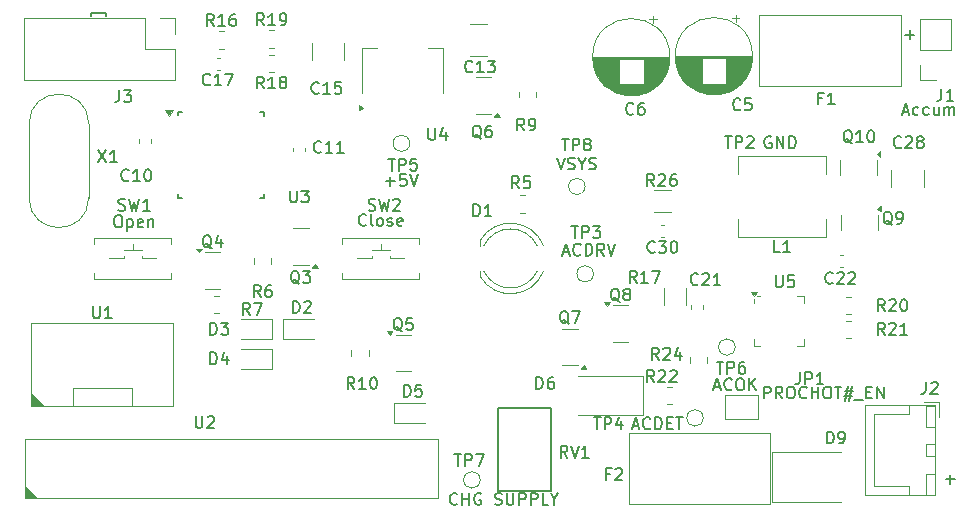
<source format=gbr>
%TF.GenerationSoftware,KiCad,Pcbnew,8.0.2-8.0.2-0~ubuntu22.04.1*%
%TF.CreationDate,2024-05-14T11:32:01+03:00*%
%TF.ProjectId,handle-module,68616e64-6c65-42d6-9d6f-64756c652e6b,rev?*%
%TF.SameCoordinates,Original*%
%TF.FileFunction,Legend,Top*%
%TF.FilePolarity,Positive*%
%FSLAX46Y46*%
G04 Gerber Fmt 4.6, Leading zero omitted, Abs format (unit mm)*
G04 Created by KiCad (PCBNEW 8.0.2-8.0.2-0~ubuntu22.04.1) date 2024-05-14 11:32:01*
%MOMM*%
%LPD*%
G01*
G04 APERTURE LIST*
%ADD10C,0.150000*%
%ADD11C,0.120000*%
G04 APERTURE END LIST*
D10*
X61490487Y-78250000D02*
X62740487Y-78250000D01*
X62740487Y-78250000D02*
X62740487Y-78500000D01*
X61490487Y-78250000D02*
X61490487Y-78500000D01*
X86638095Y-90554819D02*
X87209523Y-90554819D01*
X86923809Y-91554819D02*
X86923809Y-90554819D01*
X87542857Y-91554819D02*
X87542857Y-90554819D01*
X87542857Y-90554819D02*
X87923809Y-90554819D01*
X87923809Y-90554819D02*
X88019047Y-90602438D01*
X88019047Y-90602438D02*
X88066666Y-90650057D01*
X88066666Y-90650057D02*
X88114285Y-90745295D01*
X88114285Y-90745295D02*
X88114285Y-90888152D01*
X88114285Y-90888152D02*
X88066666Y-90983390D01*
X88066666Y-90983390D02*
X88019047Y-91031009D01*
X88019047Y-91031009D02*
X87923809Y-91078628D01*
X87923809Y-91078628D02*
X87542857Y-91078628D01*
X89019047Y-90554819D02*
X88542857Y-90554819D01*
X88542857Y-90554819D02*
X88495238Y-91031009D01*
X88495238Y-91031009D02*
X88542857Y-90983390D01*
X88542857Y-90983390D02*
X88638095Y-90935771D01*
X88638095Y-90935771D02*
X88876190Y-90935771D01*
X88876190Y-90935771D02*
X88971428Y-90983390D01*
X88971428Y-90983390D02*
X89019047Y-91031009D01*
X89019047Y-91031009D02*
X89066666Y-91126247D01*
X89066666Y-91126247D02*
X89066666Y-91364342D01*
X89066666Y-91364342D02*
X89019047Y-91459580D01*
X89019047Y-91459580D02*
X88971428Y-91507200D01*
X88971428Y-91507200D02*
X88876190Y-91554819D01*
X88876190Y-91554819D02*
X88638095Y-91554819D01*
X88638095Y-91554819D02*
X88542857Y-91507200D01*
X88542857Y-91507200D02*
X88495238Y-91459580D01*
X86414286Y-92473866D02*
X87176191Y-92473866D01*
X86795238Y-92854819D02*
X86795238Y-92092914D01*
X88128571Y-91854819D02*
X87652381Y-91854819D01*
X87652381Y-91854819D02*
X87604762Y-92331009D01*
X87604762Y-92331009D02*
X87652381Y-92283390D01*
X87652381Y-92283390D02*
X87747619Y-92235771D01*
X87747619Y-92235771D02*
X87985714Y-92235771D01*
X87985714Y-92235771D02*
X88080952Y-92283390D01*
X88080952Y-92283390D02*
X88128571Y-92331009D01*
X88128571Y-92331009D02*
X88176190Y-92426247D01*
X88176190Y-92426247D02*
X88176190Y-92664342D01*
X88176190Y-92664342D02*
X88128571Y-92759580D01*
X88128571Y-92759580D02*
X88080952Y-92807200D01*
X88080952Y-92807200D02*
X87985714Y-92854819D01*
X87985714Y-92854819D02*
X87747619Y-92854819D01*
X87747619Y-92854819D02*
X87652381Y-92807200D01*
X87652381Y-92807200D02*
X87604762Y-92759580D01*
X88461905Y-91854819D02*
X88795238Y-92854819D01*
X88795238Y-92854819D02*
X89128571Y-91854819D01*
X105391666Y-117231009D02*
X105058333Y-117231009D01*
X105058333Y-117754819D02*
X105058333Y-116754819D01*
X105058333Y-116754819D02*
X105534523Y-116754819D01*
X105867857Y-116850057D02*
X105915476Y-116802438D01*
X105915476Y-116802438D02*
X106010714Y-116754819D01*
X106010714Y-116754819D02*
X106248809Y-116754819D01*
X106248809Y-116754819D02*
X106344047Y-116802438D01*
X106344047Y-116802438D02*
X106391666Y-116850057D01*
X106391666Y-116850057D02*
X106439285Y-116945295D01*
X106439285Y-116945295D02*
X106439285Y-117040533D01*
X106439285Y-117040533D02*
X106391666Y-117183390D01*
X106391666Y-117183390D02*
X105820238Y-117754819D01*
X105820238Y-117754819D02*
X106439285Y-117754819D01*
X78328582Y-93254819D02*
X78328582Y-94064342D01*
X78328582Y-94064342D02*
X78376201Y-94159580D01*
X78376201Y-94159580D02*
X78423820Y-94207200D01*
X78423820Y-94207200D02*
X78519058Y-94254819D01*
X78519058Y-94254819D02*
X78709534Y-94254819D01*
X78709534Y-94254819D02*
X78804772Y-94207200D01*
X78804772Y-94207200D02*
X78852391Y-94159580D01*
X78852391Y-94159580D02*
X78900010Y-94064342D01*
X78900010Y-94064342D02*
X78900010Y-93254819D01*
X79280963Y-93254819D02*
X79900010Y-93254819D01*
X79900010Y-93254819D02*
X79566677Y-93635771D01*
X79566677Y-93635771D02*
X79709534Y-93635771D01*
X79709534Y-93635771D02*
X79804772Y-93683390D01*
X79804772Y-93683390D02*
X79852391Y-93731009D01*
X79852391Y-93731009D02*
X79900010Y-93826247D01*
X79900010Y-93826247D02*
X79900010Y-94064342D01*
X79900010Y-94064342D02*
X79852391Y-94159580D01*
X79852391Y-94159580D02*
X79804772Y-94207200D01*
X79804772Y-94207200D02*
X79709534Y-94254819D01*
X79709534Y-94254819D02*
X79423820Y-94254819D01*
X79423820Y-94254819D02*
X79328582Y-94207200D01*
X79328582Y-94207200D02*
X79280963Y-94159580D01*
X109192629Y-98444580D02*
X109145010Y-98492200D01*
X109145010Y-98492200D02*
X109002153Y-98539819D01*
X109002153Y-98539819D02*
X108906915Y-98539819D01*
X108906915Y-98539819D02*
X108764058Y-98492200D01*
X108764058Y-98492200D02*
X108668820Y-98396961D01*
X108668820Y-98396961D02*
X108621201Y-98301723D01*
X108621201Y-98301723D02*
X108573582Y-98111247D01*
X108573582Y-98111247D02*
X108573582Y-97968390D01*
X108573582Y-97968390D02*
X108621201Y-97777914D01*
X108621201Y-97777914D02*
X108668820Y-97682676D01*
X108668820Y-97682676D02*
X108764058Y-97587438D01*
X108764058Y-97587438D02*
X108906915Y-97539819D01*
X108906915Y-97539819D02*
X109002153Y-97539819D01*
X109002153Y-97539819D02*
X109145010Y-97587438D01*
X109145010Y-97587438D02*
X109192629Y-97635057D01*
X109525963Y-97539819D02*
X110145010Y-97539819D01*
X110145010Y-97539819D02*
X109811677Y-97920771D01*
X109811677Y-97920771D02*
X109954534Y-97920771D01*
X109954534Y-97920771D02*
X110049772Y-97968390D01*
X110049772Y-97968390D02*
X110097391Y-98016009D01*
X110097391Y-98016009D02*
X110145010Y-98111247D01*
X110145010Y-98111247D02*
X110145010Y-98349342D01*
X110145010Y-98349342D02*
X110097391Y-98444580D01*
X110097391Y-98444580D02*
X110049772Y-98492200D01*
X110049772Y-98492200D02*
X109954534Y-98539819D01*
X109954534Y-98539819D02*
X109668820Y-98539819D01*
X109668820Y-98539819D02*
X109573582Y-98492200D01*
X109573582Y-98492200D02*
X109525963Y-98444580D01*
X110764058Y-97539819D02*
X110859296Y-97539819D01*
X110859296Y-97539819D02*
X110954534Y-97587438D01*
X110954534Y-97587438D02*
X111002153Y-97635057D01*
X111002153Y-97635057D02*
X111049772Y-97730295D01*
X111049772Y-97730295D02*
X111097391Y-97920771D01*
X111097391Y-97920771D02*
X111097391Y-98158866D01*
X111097391Y-98158866D02*
X111049772Y-98349342D01*
X111049772Y-98349342D02*
X111002153Y-98444580D01*
X111002153Y-98444580D02*
X110954534Y-98492200D01*
X110954534Y-98492200D02*
X110859296Y-98539819D01*
X110859296Y-98539819D02*
X110764058Y-98539819D01*
X110764058Y-98539819D02*
X110668820Y-98492200D01*
X110668820Y-98492200D02*
X110621201Y-98444580D01*
X110621201Y-98444580D02*
X110573582Y-98349342D01*
X110573582Y-98349342D02*
X110525963Y-98158866D01*
X110525963Y-98158866D02*
X110525963Y-97920771D01*
X110525963Y-97920771D02*
X110573582Y-97730295D01*
X110573582Y-97730295D02*
X110621201Y-97635057D01*
X110621201Y-97635057D02*
X110668820Y-97587438D01*
X110668820Y-97587438D02*
X110764058Y-97539819D01*
X104038095Y-112454819D02*
X104609523Y-112454819D01*
X104323809Y-113454819D02*
X104323809Y-112454819D01*
X104942857Y-113454819D02*
X104942857Y-112454819D01*
X104942857Y-112454819D02*
X105323809Y-112454819D01*
X105323809Y-112454819D02*
X105419047Y-112502438D01*
X105419047Y-112502438D02*
X105466666Y-112550057D01*
X105466666Y-112550057D02*
X105514285Y-112645295D01*
X105514285Y-112645295D02*
X105514285Y-112788152D01*
X105514285Y-112788152D02*
X105466666Y-112883390D01*
X105466666Y-112883390D02*
X105419047Y-112931009D01*
X105419047Y-112931009D02*
X105323809Y-112978628D01*
X105323809Y-112978628D02*
X104942857Y-112978628D01*
X106371428Y-112788152D02*
X106371428Y-113454819D01*
X106133333Y-112407200D02*
X105895238Y-113121485D01*
X105895238Y-113121485D02*
X106514285Y-113121485D01*
X107328571Y-113169104D02*
X107804761Y-113169104D01*
X107233333Y-113454819D02*
X107566666Y-112454819D01*
X107566666Y-112454819D02*
X107899999Y-113454819D01*
X108804761Y-113359580D02*
X108757142Y-113407200D01*
X108757142Y-113407200D02*
X108614285Y-113454819D01*
X108614285Y-113454819D02*
X108519047Y-113454819D01*
X108519047Y-113454819D02*
X108376190Y-113407200D01*
X108376190Y-113407200D02*
X108280952Y-113311961D01*
X108280952Y-113311961D02*
X108233333Y-113216723D01*
X108233333Y-113216723D02*
X108185714Y-113026247D01*
X108185714Y-113026247D02*
X108185714Y-112883390D01*
X108185714Y-112883390D02*
X108233333Y-112692914D01*
X108233333Y-112692914D02*
X108280952Y-112597676D01*
X108280952Y-112597676D02*
X108376190Y-112502438D01*
X108376190Y-112502438D02*
X108519047Y-112454819D01*
X108519047Y-112454819D02*
X108614285Y-112454819D01*
X108614285Y-112454819D02*
X108757142Y-112502438D01*
X108757142Y-112502438D02*
X108804761Y-112550057D01*
X109233333Y-113454819D02*
X109233333Y-112454819D01*
X109233333Y-112454819D02*
X109471428Y-112454819D01*
X109471428Y-112454819D02*
X109614285Y-112502438D01*
X109614285Y-112502438D02*
X109709523Y-112597676D01*
X109709523Y-112597676D02*
X109757142Y-112692914D01*
X109757142Y-112692914D02*
X109804761Y-112883390D01*
X109804761Y-112883390D02*
X109804761Y-113026247D01*
X109804761Y-113026247D02*
X109757142Y-113216723D01*
X109757142Y-113216723D02*
X109709523Y-113311961D01*
X109709523Y-113311961D02*
X109614285Y-113407200D01*
X109614285Y-113407200D02*
X109471428Y-113454819D01*
X109471428Y-113454819D02*
X109233333Y-113454819D01*
X110233333Y-112931009D02*
X110566666Y-112931009D01*
X110709523Y-113454819D02*
X110233333Y-113454819D01*
X110233333Y-113454819D02*
X110233333Y-112454819D01*
X110233333Y-112454819D02*
X110709523Y-112454819D01*
X110995238Y-112454819D02*
X111566666Y-112454819D01*
X111280952Y-113454819D02*
X111280952Y-112454819D01*
X79104761Y-101150057D02*
X79009523Y-101102438D01*
X79009523Y-101102438D02*
X78914285Y-101007200D01*
X78914285Y-101007200D02*
X78771428Y-100864342D01*
X78771428Y-100864342D02*
X78676190Y-100816723D01*
X78676190Y-100816723D02*
X78580952Y-100816723D01*
X78628571Y-101054819D02*
X78533333Y-101007200D01*
X78533333Y-101007200D02*
X78438095Y-100911961D01*
X78438095Y-100911961D02*
X78390476Y-100721485D01*
X78390476Y-100721485D02*
X78390476Y-100388152D01*
X78390476Y-100388152D02*
X78438095Y-100197676D01*
X78438095Y-100197676D02*
X78533333Y-100102438D01*
X78533333Y-100102438D02*
X78628571Y-100054819D01*
X78628571Y-100054819D02*
X78819047Y-100054819D01*
X78819047Y-100054819D02*
X78914285Y-100102438D01*
X78914285Y-100102438D02*
X79009523Y-100197676D01*
X79009523Y-100197676D02*
X79057142Y-100388152D01*
X79057142Y-100388152D02*
X79057142Y-100721485D01*
X79057142Y-100721485D02*
X79009523Y-100911961D01*
X79009523Y-100911961D02*
X78914285Y-101007200D01*
X78914285Y-101007200D02*
X78819047Y-101054819D01*
X78819047Y-101054819D02*
X78628571Y-101054819D01*
X79390476Y-100054819D02*
X80009523Y-100054819D01*
X80009523Y-100054819D02*
X79676190Y-100435771D01*
X79676190Y-100435771D02*
X79819047Y-100435771D01*
X79819047Y-100435771D02*
X79914285Y-100483390D01*
X79914285Y-100483390D02*
X79961904Y-100531009D01*
X79961904Y-100531009D02*
X80009523Y-100626247D01*
X80009523Y-100626247D02*
X80009523Y-100864342D01*
X80009523Y-100864342D02*
X79961904Y-100959580D01*
X79961904Y-100959580D02*
X79914285Y-101007200D01*
X79914285Y-101007200D02*
X79819047Y-101054819D01*
X79819047Y-101054819D02*
X79533333Y-101054819D01*
X79533333Y-101054819D02*
X79438095Y-101007200D01*
X79438095Y-101007200D02*
X79390476Y-100959580D01*
X123771418Y-114654819D02*
X123771418Y-113654819D01*
X123771418Y-113654819D02*
X124009513Y-113654819D01*
X124009513Y-113654819D02*
X124152370Y-113702438D01*
X124152370Y-113702438D02*
X124247608Y-113797676D01*
X124247608Y-113797676D02*
X124295227Y-113892914D01*
X124295227Y-113892914D02*
X124342846Y-114083390D01*
X124342846Y-114083390D02*
X124342846Y-114226247D01*
X124342846Y-114226247D02*
X124295227Y-114416723D01*
X124295227Y-114416723D02*
X124247608Y-114511961D01*
X124247608Y-114511961D02*
X124152370Y-114607200D01*
X124152370Y-114607200D02*
X124009513Y-114654819D01*
X124009513Y-114654819D02*
X123771418Y-114654819D01*
X124819037Y-114654819D02*
X125009513Y-114654819D01*
X125009513Y-114654819D02*
X125104751Y-114607200D01*
X125104751Y-114607200D02*
X125152370Y-114559580D01*
X125152370Y-114559580D02*
X125247608Y-114416723D01*
X125247608Y-114416723D02*
X125295227Y-114226247D01*
X125295227Y-114226247D02*
X125295227Y-113845295D01*
X125295227Y-113845295D02*
X125247608Y-113750057D01*
X125247608Y-113750057D02*
X125199989Y-113702438D01*
X125199989Y-113702438D02*
X125104751Y-113654819D01*
X125104751Y-113654819D02*
X124914275Y-113654819D01*
X124914275Y-113654819D02*
X124819037Y-113702438D01*
X124819037Y-113702438D02*
X124771418Y-113750057D01*
X124771418Y-113750057D02*
X124723799Y-113845295D01*
X124723799Y-113845295D02*
X124723799Y-114083390D01*
X124723799Y-114083390D02*
X124771418Y-114178628D01*
X124771418Y-114178628D02*
X124819037Y-114226247D01*
X124819037Y-114226247D02*
X124914275Y-114273866D01*
X124914275Y-114273866D02*
X125104751Y-114273866D01*
X125104751Y-114273866D02*
X125199989Y-114226247D01*
X125199989Y-114226247D02*
X125247608Y-114178628D01*
X125247608Y-114178628D02*
X125295227Y-114083390D01*
X98133333Y-88154819D02*
X97800000Y-87678628D01*
X97561905Y-88154819D02*
X97561905Y-87154819D01*
X97561905Y-87154819D02*
X97942857Y-87154819D01*
X97942857Y-87154819D02*
X98038095Y-87202438D01*
X98038095Y-87202438D02*
X98085714Y-87250057D01*
X98085714Y-87250057D02*
X98133333Y-87345295D01*
X98133333Y-87345295D02*
X98133333Y-87488152D01*
X98133333Y-87488152D02*
X98085714Y-87583390D01*
X98085714Y-87583390D02*
X98038095Y-87631009D01*
X98038095Y-87631009D02*
X97942857Y-87678628D01*
X97942857Y-87678628D02*
X97561905Y-87678628D01*
X98609524Y-88154819D02*
X98800000Y-88154819D01*
X98800000Y-88154819D02*
X98895238Y-88107200D01*
X98895238Y-88107200D02*
X98942857Y-88059580D01*
X98942857Y-88059580D02*
X99038095Y-87916723D01*
X99038095Y-87916723D02*
X99085714Y-87726247D01*
X99085714Y-87726247D02*
X99085714Y-87345295D01*
X99085714Y-87345295D02*
X99038095Y-87250057D01*
X99038095Y-87250057D02*
X98990476Y-87202438D01*
X98990476Y-87202438D02*
X98895238Y-87154819D01*
X98895238Y-87154819D02*
X98704762Y-87154819D01*
X98704762Y-87154819D02*
X98609524Y-87202438D01*
X98609524Y-87202438D02*
X98561905Y-87250057D01*
X98561905Y-87250057D02*
X98514286Y-87345295D01*
X98514286Y-87345295D02*
X98514286Y-87583390D01*
X98514286Y-87583390D02*
X98561905Y-87678628D01*
X98561905Y-87678628D02*
X98609524Y-87726247D01*
X98609524Y-87726247D02*
X98704762Y-87773866D01*
X98704762Y-87773866D02*
X98895238Y-87773866D01*
X98895238Y-87773866D02*
X98990476Y-87726247D01*
X98990476Y-87726247D02*
X99038095Y-87678628D01*
X99038095Y-87678628D02*
X99085714Y-87583390D01*
X124247629Y-101059580D02*
X124200010Y-101107200D01*
X124200010Y-101107200D02*
X124057153Y-101154819D01*
X124057153Y-101154819D02*
X123961915Y-101154819D01*
X123961915Y-101154819D02*
X123819058Y-101107200D01*
X123819058Y-101107200D02*
X123723820Y-101011961D01*
X123723820Y-101011961D02*
X123676201Y-100916723D01*
X123676201Y-100916723D02*
X123628582Y-100726247D01*
X123628582Y-100726247D02*
X123628582Y-100583390D01*
X123628582Y-100583390D02*
X123676201Y-100392914D01*
X123676201Y-100392914D02*
X123723820Y-100297676D01*
X123723820Y-100297676D02*
X123819058Y-100202438D01*
X123819058Y-100202438D02*
X123961915Y-100154819D01*
X123961915Y-100154819D02*
X124057153Y-100154819D01*
X124057153Y-100154819D02*
X124200010Y-100202438D01*
X124200010Y-100202438D02*
X124247629Y-100250057D01*
X124628582Y-100250057D02*
X124676201Y-100202438D01*
X124676201Y-100202438D02*
X124771439Y-100154819D01*
X124771439Y-100154819D02*
X125009534Y-100154819D01*
X125009534Y-100154819D02*
X125104772Y-100202438D01*
X125104772Y-100202438D02*
X125152391Y-100250057D01*
X125152391Y-100250057D02*
X125200010Y-100345295D01*
X125200010Y-100345295D02*
X125200010Y-100440533D01*
X125200010Y-100440533D02*
X125152391Y-100583390D01*
X125152391Y-100583390D02*
X124580963Y-101154819D01*
X124580963Y-101154819D02*
X125200010Y-101154819D01*
X125580963Y-100250057D02*
X125628582Y-100202438D01*
X125628582Y-100202438D02*
X125723820Y-100154819D01*
X125723820Y-100154819D02*
X125961915Y-100154819D01*
X125961915Y-100154819D02*
X126057153Y-100202438D01*
X126057153Y-100202438D02*
X126104772Y-100250057D01*
X126104772Y-100250057D02*
X126152391Y-100345295D01*
X126152391Y-100345295D02*
X126152391Y-100440533D01*
X126152391Y-100440533D02*
X126104772Y-100583390D01*
X126104772Y-100583390D02*
X125533344Y-101154819D01*
X125533344Y-101154819D02*
X126152391Y-101154819D01*
X119438095Y-100434819D02*
X119438095Y-101244342D01*
X119438095Y-101244342D02*
X119485714Y-101339580D01*
X119485714Y-101339580D02*
X119533333Y-101387200D01*
X119533333Y-101387200D02*
X119628571Y-101434819D01*
X119628571Y-101434819D02*
X119819047Y-101434819D01*
X119819047Y-101434819D02*
X119914285Y-101387200D01*
X119914285Y-101387200D02*
X119961904Y-101339580D01*
X119961904Y-101339580D02*
X120009523Y-101244342D01*
X120009523Y-101244342D02*
X120009523Y-100434819D01*
X120961904Y-100434819D02*
X120485714Y-100434819D01*
X120485714Y-100434819D02*
X120438095Y-100911009D01*
X120438095Y-100911009D02*
X120485714Y-100863390D01*
X120485714Y-100863390D02*
X120580952Y-100815771D01*
X120580952Y-100815771D02*
X120819047Y-100815771D01*
X120819047Y-100815771D02*
X120914285Y-100863390D01*
X120914285Y-100863390D02*
X120961904Y-100911009D01*
X120961904Y-100911009D02*
X121009523Y-101006247D01*
X121009523Y-101006247D02*
X121009523Y-101244342D01*
X121009523Y-101244342D02*
X120961904Y-101339580D01*
X120961904Y-101339580D02*
X120914285Y-101387200D01*
X120914285Y-101387200D02*
X120819047Y-101434819D01*
X120819047Y-101434819D02*
X120580952Y-101434819D01*
X120580952Y-101434819D02*
X120485714Y-101387200D01*
X120485714Y-101387200D02*
X120438095Y-101339580D01*
X62080963Y-89854819D02*
X62747629Y-90854819D01*
X62747629Y-89854819D02*
X62080963Y-90854819D01*
X63652391Y-90854819D02*
X63080963Y-90854819D01*
X63366677Y-90854819D02*
X63366677Y-89854819D01*
X63366677Y-89854819D02*
X63271439Y-89997676D01*
X63271439Y-89997676D02*
X63176201Y-90092914D01*
X63176201Y-90092914D02*
X63080963Y-90140533D01*
X107647629Y-101054819D02*
X107314296Y-100578628D01*
X107076201Y-101054819D02*
X107076201Y-100054819D01*
X107076201Y-100054819D02*
X107457153Y-100054819D01*
X107457153Y-100054819D02*
X107552391Y-100102438D01*
X107552391Y-100102438D02*
X107600010Y-100150057D01*
X107600010Y-100150057D02*
X107647629Y-100245295D01*
X107647629Y-100245295D02*
X107647629Y-100388152D01*
X107647629Y-100388152D02*
X107600010Y-100483390D01*
X107600010Y-100483390D02*
X107552391Y-100531009D01*
X107552391Y-100531009D02*
X107457153Y-100578628D01*
X107457153Y-100578628D02*
X107076201Y-100578628D01*
X108600010Y-101054819D02*
X108028582Y-101054819D01*
X108314296Y-101054819D02*
X108314296Y-100054819D01*
X108314296Y-100054819D02*
X108219058Y-100197676D01*
X108219058Y-100197676D02*
X108123820Y-100292914D01*
X108123820Y-100292914D02*
X108028582Y-100340533D01*
X108933344Y-100054819D02*
X109600010Y-100054819D01*
X109600010Y-100054819D02*
X109171439Y-101054819D01*
X71547629Y-84259580D02*
X71500010Y-84307200D01*
X71500010Y-84307200D02*
X71357153Y-84354819D01*
X71357153Y-84354819D02*
X71261915Y-84354819D01*
X71261915Y-84354819D02*
X71119058Y-84307200D01*
X71119058Y-84307200D02*
X71023820Y-84211961D01*
X71023820Y-84211961D02*
X70976201Y-84116723D01*
X70976201Y-84116723D02*
X70928582Y-83926247D01*
X70928582Y-83926247D02*
X70928582Y-83783390D01*
X70928582Y-83783390D02*
X70976201Y-83592914D01*
X70976201Y-83592914D02*
X71023820Y-83497676D01*
X71023820Y-83497676D02*
X71119058Y-83402438D01*
X71119058Y-83402438D02*
X71261915Y-83354819D01*
X71261915Y-83354819D02*
X71357153Y-83354819D01*
X71357153Y-83354819D02*
X71500010Y-83402438D01*
X71500010Y-83402438D02*
X71547629Y-83450057D01*
X72500010Y-84354819D02*
X71928582Y-84354819D01*
X72214296Y-84354819D02*
X72214296Y-83354819D01*
X72214296Y-83354819D02*
X72119058Y-83497676D01*
X72119058Y-83497676D02*
X72023820Y-83592914D01*
X72023820Y-83592914D02*
X71928582Y-83640533D01*
X72833344Y-83354819D02*
X73500010Y-83354819D01*
X73500010Y-83354819D02*
X73071439Y-84354819D01*
X87961905Y-110704819D02*
X87961905Y-109704819D01*
X87961905Y-109704819D02*
X88200000Y-109704819D01*
X88200000Y-109704819D02*
X88342857Y-109752438D01*
X88342857Y-109752438D02*
X88438095Y-109847676D01*
X88438095Y-109847676D02*
X88485714Y-109942914D01*
X88485714Y-109942914D02*
X88533333Y-110133390D01*
X88533333Y-110133390D02*
X88533333Y-110276247D01*
X88533333Y-110276247D02*
X88485714Y-110466723D01*
X88485714Y-110466723D02*
X88438095Y-110561961D01*
X88438095Y-110561961D02*
X88342857Y-110657200D01*
X88342857Y-110657200D02*
X88200000Y-110704819D01*
X88200000Y-110704819D02*
X87961905Y-110704819D01*
X89438095Y-109704819D02*
X88961905Y-109704819D01*
X88961905Y-109704819D02*
X88914286Y-110181009D01*
X88914286Y-110181009D02*
X88961905Y-110133390D01*
X88961905Y-110133390D02*
X89057143Y-110085771D01*
X89057143Y-110085771D02*
X89295238Y-110085771D01*
X89295238Y-110085771D02*
X89390476Y-110133390D01*
X89390476Y-110133390D02*
X89438095Y-110181009D01*
X89438095Y-110181009D02*
X89485714Y-110276247D01*
X89485714Y-110276247D02*
X89485714Y-110514342D01*
X89485714Y-110514342D02*
X89438095Y-110609580D01*
X89438095Y-110609580D02*
X89390476Y-110657200D01*
X89390476Y-110657200D02*
X89295238Y-110704819D01*
X89295238Y-110704819D02*
X89057143Y-110704819D01*
X89057143Y-110704819D02*
X88961905Y-110657200D01*
X88961905Y-110657200D02*
X88914286Y-110609580D01*
X130047629Y-89559580D02*
X130000010Y-89607200D01*
X130000010Y-89607200D02*
X129857153Y-89654819D01*
X129857153Y-89654819D02*
X129761915Y-89654819D01*
X129761915Y-89654819D02*
X129619058Y-89607200D01*
X129619058Y-89607200D02*
X129523820Y-89511961D01*
X129523820Y-89511961D02*
X129476201Y-89416723D01*
X129476201Y-89416723D02*
X129428582Y-89226247D01*
X129428582Y-89226247D02*
X129428582Y-89083390D01*
X129428582Y-89083390D02*
X129476201Y-88892914D01*
X129476201Y-88892914D02*
X129523820Y-88797676D01*
X129523820Y-88797676D02*
X129619058Y-88702438D01*
X129619058Y-88702438D02*
X129761915Y-88654819D01*
X129761915Y-88654819D02*
X129857153Y-88654819D01*
X129857153Y-88654819D02*
X130000010Y-88702438D01*
X130000010Y-88702438D02*
X130047629Y-88750057D01*
X130428582Y-88750057D02*
X130476201Y-88702438D01*
X130476201Y-88702438D02*
X130571439Y-88654819D01*
X130571439Y-88654819D02*
X130809534Y-88654819D01*
X130809534Y-88654819D02*
X130904772Y-88702438D01*
X130904772Y-88702438D02*
X130952391Y-88750057D01*
X130952391Y-88750057D02*
X131000010Y-88845295D01*
X131000010Y-88845295D02*
X131000010Y-88940533D01*
X131000010Y-88940533D02*
X130952391Y-89083390D01*
X130952391Y-89083390D02*
X130380963Y-89654819D01*
X130380963Y-89654819D02*
X131000010Y-89654819D01*
X131571439Y-89083390D02*
X131476201Y-89035771D01*
X131476201Y-89035771D02*
X131428582Y-88988152D01*
X131428582Y-88988152D02*
X131380963Y-88892914D01*
X131380963Y-88892914D02*
X131380963Y-88845295D01*
X131380963Y-88845295D02*
X131428582Y-88750057D01*
X131428582Y-88750057D02*
X131476201Y-88702438D01*
X131476201Y-88702438D02*
X131571439Y-88654819D01*
X131571439Y-88654819D02*
X131761915Y-88654819D01*
X131761915Y-88654819D02*
X131857153Y-88702438D01*
X131857153Y-88702438D02*
X131904772Y-88750057D01*
X131904772Y-88750057D02*
X131952391Y-88845295D01*
X131952391Y-88845295D02*
X131952391Y-88892914D01*
X131952391Y-88892914D02*
X131904772Y-88988152D01*
X131904772Y-88988152D02*
X131857153Y-89035771D01*
X131857153Y-89035771D02*
X131761915Y-89083390D01*
X131761915Y-89083390D02*
X131571439Y-89083390D01*
X131571439Y-89083390D02*
X131476201Y-89131009D01*
X131476201Y-89131009D02*
X131428582Y-89178628D01*
X131428582Y-89178628D02*
X131380963Y-89273866D01*
X131380963Y-89273866D02*
X131380963Y-89464342D01*
X131380963Y-89464342D02*
X131428582Y-89559580D01*
X131428582Y-89559580D02*
X131476201Y-89607200D01*
X131476201Y-89607200D02*
X131571439Y-89654819D01*
X131571439Y-89654819D02*
X131761915Y-89654819D01*
X131761915Y-89654819D02*
X131857153Y-89607200D01*
X131857153Y-89607200D02*
X131904772Y-89559580D01*
X131904772Y-89559580D02*
X131952391Y-89464342D01*
X131952391Y-89464342D02*
X131952391Y-89273866D01*
X131952391Y-89273866D02*
X131904772Y-89178628D01*
X131904772Y-89178628D02*
X131857153Y-89131009D01*
X131857153Y-89131009D02*
X131761915Y-89083390D01*
X76097629Y-84604819D02*
X75764296Y-84128628D01*
X75526201Y-84604819D02*
X75526201Y-83604819D01*
X75526201Y-83604819D02*
X75907153Y-83604819D01*
X75907153Y-83604819D02*
X76002391Y-83652438D01*
X76002391Y-83652438D02*
X76050010Y-83700057D01*
X76050010Y-83700057D02*
X76097629Y-83795295D01*
X76097629Y-83795295D02*
X76097629Y-83938152D01*
X76097629Y-83938152D02*
X76050010Y-84033390D01*
X76050010Y-84033390D02*
X76002391Y-84081009D01*
X76002391Y-84081009D02*
X75907153Y-84128628D01*
X75907153Y-84128628D02*
X75526201Y-84128628D01*
X77050010Y-84604819D02*
X76478582Y-84604819D01*
X76764296Y-84604819D02*
X76764296Y-83604819D01*
X76764296Y-83604819D02*
X76669058Y-83747676D01*
X76669058Y-83747676D02*
X76573820Y-83842914D01*
X76573820Y-83842914D02*
X76478582Y-83890533D01*
X77621439Y-84033390D02*
X77526201Y-83985771D01*
X77526201Y-83985771D02*
X77478582Y-83938152D01*
X77478582Y-83938152D02*
X77430963Y-83842914D01*
X77430963Y-83842914D02*
X77430963Y-83795295D01*
X77430963Y-83795295D02*
X77478582Y-83700057D01*
X77478582Y-83700057D02*
X77526201Y-83652438D01*
X77526201Y-83652438D02*
X77621439Y-83604819D01*
X77621439Y-83604819D02*
X77811915Y-83604819D01*
X77811915Y-83604819D02*
X77907153Y-83652438D01*
X77907153Y-83652438D02*
X77954772Y-83700057D01*
X77954772Y-83700057D02*
X78002391Y-83795295D01*
X78002391Y-83795295D02*
X78002391Y-83842914D01*
X78002391Y-83842914D02*
X77954772Y-83938152D01*
X77954772Y-83938152D02*
X77907153Y-83985771D01*
X77907153Y-83985771D02*
X77811915Y-84033390D01*
X77811915Y-84033390D02*
X77621439Y-84033390D01*
X77621439Y-84033390D02*
X77526201Y-84081009D01*
X77526201Y-84081009D02*
X77478582Y-84128628D01*
X77478582Y-84128628D02*
X77430963Y-84223866D01*
X77430963Y-84223866D02*
X77430963Y-84414342D01*
X77430963Y-84414342D02*
X77478582Y-84509580D01*
X77478582Y-84509580D02*
X77526201Y-84557200D01*
X77526201Y-84557200D02*
X77621439Y-84604819D01*
X77621439Y-84604819D02*
X77811915Y-84604819D01*
X77811915Y-84604819D02*
X77907153Y-84557200D01*
X77907153Y-84557200D02*
X77954772Y-84509580D01*
X77954772Y-84509580D02*
X78002391Y-84414342D01*
X78002391Y-84414342D02*
X78002391Y-84223866D01*
X78002391Y-84223866D02*
X77954772Y-84128628D01*
X77954772Y-84128628D02*
X77907153Y-84081009D01*
X77907153Y-84081009D02*
X77811915Y-84033390D01*
X133466666Y-84654819D02*
X133466666Y-85369104D01*
X133466666Y-85369104D02*
X133419047Y-85511961D01*
X133419047Y-85511961D02*
X133323809Y-85607200D01*
X133323809Y-85607200D02*
X133180952Y-85654819D01*
X133180952Y-85654819D02*
X133085714Y-85654819D01*
X134466666Y-85654819D02*
X133895238Y-85654819D01*
X134180952Y-85654819D02*
X134180952Y-84654819D01*
X134180952Y-84654819D02*
X134085714Y-84797676D01*
X134085714Y-84797676D02*
X133990476Y-84892914D01*
X133990476Y-84892914D02*
X133895238Y-84940533D01*
X130185714Y-86569104D02*
X130661904Y-86569104D01*
X130090476Y-86854819D02*
X130423809Y-85854819D01*
X130423809Y-85854819D02*
X130757142Y-86854819D01*
X131519047Y-86807200D02*
X131423809Y-86854819D01*
X131423809Y-86854819D02*
X131233333Y-86854819D01*
X131233333Y-86854819D02*
X131138095Y-86807200D01*
X131138095Y-86807200D02*
X131090476Y-86759580D01*
X131090476Y-86759580D02*
X131042857Y-86664342D01*
X131042857Y-86664342D02*
X131042857Y-86378628D01*
X131042857Y-86378628D02*
X131090476Y-86283390D01*
X131090476Y-86283390D02*
X131138095Y-86235771D01*
X131138095Y-86235771D02*
X131233333Y-86188152D01*
X131233333Y-86188152D02*
X131423809Y-86188152D01*
X131423809Y-86188152D02*
X131519047Y-86235771D01*
X132376190Y-86807200D02*
X132280952Y-86854819D01*
X132280952Y-86854819D02*
X132090476Y-86854819D01*
X132090476Y-86854819D02*
X131995238Y-86807200D01*
X131995238Y-86807200D02*
X131947619Y-86759580D01*
X131947619Y-86759580D02*
X131900000Y-86664342D01*
X131900000Y-86664342D02*
X131900000Y-86378628D01*
X131900000Y-86378628D02*
X131947619Y-86283390D01*
X131947619Y-86283390D02*
X131995238Y-86235771D01*
X131995238Y-86235771D02*
X132090476Y-86188152D01*
X132090476Y-86188152D02*
X132280952Y-86188152D01*
X132280952Y-86188152D02*
X132376190Y-86235771D01*
X133233333Y-86188152D02*
X133233333Y-86854819D01*
X132804762Y-86188152D02*
X132804762Y-86711961D01*
X132804762Y-86711961D02*
X132852381Y-86807200D01*
X132852381Y-86807200D02*
X132947619Y-86854819D01*
X132947619Y-86854819D02*
X133090476Y-86854819D01*
X133090476Y-86854819D02*
X133185714Y-86807200D01*
X133185714Y-86807200D02*
X133233333Y-86759580D01*
X133709524Y-86854819D02*
X133709524Y-86188152D01*
X133709524Y-86283390D02*
X133757143Y-86235771D01*
X133757143Y-86235771D02*
X133852381Y-86188152D01*
X133852381Y-86188152D02*
X133995238Y-86188152D01*
X133995238Y-86188152D02*
X134090476Y-86235771D01*
X134090476Y-86235771D02*
X134138095Y-86331009D01*
X134138095Y-86331009D02*
X134138095Y-86854819D01*
X134138095Y-86331009D02*
X134185714Y-86235771D01*
X134185714Y-86235771D02*
X134280952Y-86188152D01*
X134280952Y-86188152D02*
X134423809Y-86188152D01*
X134423809Y-86188152D02*
X134519048Y-86235771D01*
X134519048Y-86235771D02*
X134566667Y-86331009D01*
X134566667Y-86331009D02*
X134566667Y-86854819D01*
X130419048Y-80073866D02*
X131180953Y-80073866D01*
X130800000Y-80454819D02*
X130800000Y-79692914D01*
X71670248Y-98150057D02*
X71575010Y-98102438D01*
X71575010Y-98102438D02*
X71479772Y-98007200D01*
X71479772Y-98007200D02*
X71336915Y-97864342D01*
X71336915Y-97864342D02*
X71241677Y-97816723D01*
X71241677Y-97816723D02*
X71146439Y-97816723D01*
X71194058Y-98054819D02*
X71098820Y-98007200D01*
X71098820Y-98007200D02*
X71003582Y-97911961D01*
X71003582Y-97911961D02*
X70955963Y-97721485D01*
X70955963Y-97721485D02*
X70955963Y-97388152D01*
X70955963Y-97388152D02*
X71003582Y-97197676D01*
X71003582Y-97197676D02*
X71098820Y-97102438D01*
X71098820Y-97102438D02*
X71194058Y-97054819D01*
X71194058Y-97054819D02*
X71384534Y-97054819D01*
X71384534Y-97054819D02*
X71479772Y-97102438D01*
X71479772Y-97102438D02*
X71575010Y-97197676D01*
X71575010Y-97197676D02*
X71622629Y-97388152D01*
X71622629Y-97388152D02*
X71622629Y-97721485D01*
X71622629Y-97721485D02*
X71575010Y-97911961D01*
X71575010Y-97911961D02*
X71479772Y-98007200D01*
X71479772Y-98007200D02*
X71384534Y-98054819D01*
X71384534Y-98054819D02*
X71194058Y-98054819D01*
X72479772Y-97388152D02*
X72479772Y-98054819D01*
X72241677Y-97007200D02*
X72003582Y-97721485D01*
X72003582Y-97721485D02*
X72622629Y-97721485D01*
X70328582Y-112354819D02*
X70328582Y-113164342D01*
X70328582Y-113164342D02*
X70376201Y-113259580D01*
X70376201Y-113259580D02*
X70423820Y-113307200D01*
X70423820Y-113307200D02*
X70519058Y-113354819D01*
X70519058Y-113354819D02*
X70709534Y-113354819D01*
X70709534Y-113354819D02*
X70804772Y-113307200D01*
X70804772Y-113307200D02*
X70852391Y-113259580D01*
X70852391Y-113259580D02*
X70900010Y-113164342D01*
X70900010Y-113164342D02*
X70900010Y-112354819D01*
X71328582Y-112450057D02*
X71376201Y-112402438D01*
X71376201Y-112402438D02*
X71471439Y-112354819D01*
X71471439Y-112354819D02*
X71709534Y-112354819D01*
X71709534Y-112354819D02*
X71804772Y-112402438D01*
X71804772Y-112402438D02*
X71852391Y-112450057D01*
X71852391Y-112450057D02*
X71900010Y-112545295D01*
X71900010Y-112545295D02*
X71900010Y-112640533D01*
X71900010Y-112640533D02*
X71852391Y-112783390D01*
X71852391Y-112783390D02*
X71280963Y-113354819D01*
X71280963Y-113354819D02*
X71900010Y-113354819D01*
X128657142Y-105454819D02*
X128323809Y-104978628D01*
X128085714Y-105454819D02*
X128085714Y-104454819D01*
X128085714Y-104454819D02*
X128466666Y-104454819D01*
X128466666Y-104454819D02*
X128561904Y-104502438D01*
X128561904Y-104502438D02*
X128609523Y-104550057D01*
X128609523Y-104550057D02*
X128657142Y-104645295D01*
X128657142Y-104645295D02*
X128657142Y-104788152D01*
X128657142Y-104788152D02*
X128609523Y-104883390D01*
X128609523Y-104883390D02*
X128561904Y-104931009D01*
X128561904Y-104931009D02*
X128466666Y-104978628D01*
X128466666Y-104978628D02*
X128085714Y-104978628D01*
X129038095Y-104550057D02*
X129085714Y-104502438D01*
X129085714Y-104502438D02*
X129180952Y-104454819D01*
X129180952Y-104454819D02*
X129419047Y-104454819D01*
X129419047Y-104454819D02*
X129514285Y-104502438D01*
X129514285Y-104502438D02*
X129561904Y-104550057D01*
X129561904Y-104550057D02*
X129609523Y-104645295D01*
X129609523Y-104645295D02*
X129609523Y-104740533D01*
X129609523Y-104740533D02*
X129561904Y-104883390D01*
X129561904Y-104883390D02*
X128990476Y-105454819D01*
X128990476Y-105454819D02*
X129609523Y-105454819D01*
X130561904Y-105454819D02*
X129990476Y-105454819D01*
X130276190Y-105454819D02*
X130276190Y-104454819D01*
X130276190Y-104454819D02*
X130180952Y-104597676D01*
X130180952Y-104597676D02*
X130085714Y-104692914D01*
X130085714Y-104692914D02*
X129990476Y-104740533D01*
X109547629Y-107554819D02*
X109214296Y-107078628D01*
X108976201Y-107554819D02*
X108976201Y-106554819D01*
X108976201Y-106554819D02*
X109357153Y-106554819D01*
X109357153Y-106554819D02*
X109452391Y-106602438D01*
X109452391Y-106602438D02*
X109500010Y-106650057D01*
X109500010Y-106650057D02*
X109547629Y-106745295D01*
X109547629Y-106745295D02*
X109547629Y-106888152D01*
X109547629Y-106888152D02*
X109500010Y-106983390D01*
X109500010Y-106983390D02*
X109452391Y-107031009D01*
X109452391Y-107031009D02*
X109357153Y-107078628D01*
X109357153Y-107078628D02*
X108976201Y-107078628D01*
X109928582Y-106650057D02*
X109976201Y-106602438D01*
X109976201Y-106602438D02*
X110071439Y-106554819D01*
X110071439Y-106554819D02*
X110309534Y-106554819D01*
X110309534Y-106554819D02*
X110404772Y-106602438D01*
X110404772Y-106602438D02*
X110452391Y-106650057D01*
X110452391Y-106650057D02*
X110500010Y-106745295D01*
X110500010Y-106745295D02*
X110500010Y-106840533D01*
X110500010Y-106840533D02*
X110452391Y-106983390D01*
X110452391Y-106983390D02*
X109880963Y-107554819D01*
X109880963Y-107554819D02*
X110500010Y-107554819D01*
X111357153Y-106888152D02*
X111357153Y-107554819D01*
X111119058Y-106507200D02*
X110880963Y-107221485D01*
X110880963Y-107221485D02*
X111500010Y-107221485D01*
X125919058Y-89250057D02*
X125823820Y-89202438D01*
X125823820Y-89202438D02*
X125728582Y-89107200D01*
X125728582Y-89107200D02*
X125585725Y-88964342D01*
X125585725Y-88964342D02*
X125490487Y-88916723D01*
X125490487Y-88916723D02*
X125395249Y-88916723D01*
X125442868Y-89154819D02*
X125347630Y-89107200D01*
X125347630Y-89107200D02*
X125252392Y-89011961D01*
X125252392Y-89011961D02*
X125204773Y-88821485D01*
X125204773Y-88821485D02*
X125204773Y-88488152D01*
X125204773Y-88488152D02*
X125252392Y-88297676D01*
X125252392Y-88297676D02*
X125347630Y-88202438D01*
X125347630Y-88202438D02*
X125442868Y-88154819D01*
X125442868Y-88154819D02*
X125633344Y-88154819D01*
X125633344Y-88154819D02*
X125728582Y-88202438D01*
X125728582Y-88202438D02*
X125823820Y-88297676D01*
X125823820Y-88297676D02*
X125871439Y-88488152D01*
X125871439Y-88488152D02*
X125871439Y-88821485D01*
X125871439Y-88821485D02*
X125823820Y-89011961D01*
X125823820Y-89011961D02*
X125728582Y-89107200D01*
X125728582Y-89107200D02*
X125633344Y-89154819D01*
X125633344Y-89154819D02*
X125442868Y-89154819D01*
X126823820Y-89154819D02*
X126252392Y-89154819D01*
X126538106Y-89154819D02*
X126538106Y-88154819D01*
X126538106Y-88154819D02*
X126442868Y-88297676D01*
X126442868Y-88297676D02*
X126347630Y-88392914D01*
X126347630Y-88392914D02*
X126252392Y-88440533D01*
X127442868Y-88154819D02*
X127538106Y-88154819D01*
X127538106Y-88154819D02*
X127633344Y-88202438D01*
X127633344Y-88202438D02*
X127680963Y-88250057D01*
X127680963Y-88250057D02*
X127728582Y-88345295D01*
X127728582Y-88345295D02*
X127776201Y-88535771D01*
X127776201Y-88535771D02*
X127776201Y-88773866D01*
X127776201Y-88773866D02*
X127728582Y-88964342D01*
X127728582Y-88964342D02*
X127680963Y-89059580D01*
X127680963Y-89059580D02*
X127633344Y-89107200D01*
X127633344Y-89107200D02*
X127538106Y-89154819D01*
X127538106Y-89154819D02*
X127442868Y-89154819D01*
X127442868Y-89154819D02*
X127347630Y-89107200D01*
X127347630Y-89107200D02*
X127300011Y-89059580D01*
X127300011Y-89059580D02*
X127252392Y-88964342D01*
X127252392Y-88964342D02*
X127204773Y-88773866D01*
X127204773Y-88773866D02*
X127204773Y-88535771D01*
X127204773Y-88535771D02*
X127252392Y-88345295D01*
X127252392Y-88345295D02*
X127300011Y-88250057D01*
X127300011Y-88250057D02*
X127347630Y-88202438D01*
X127347630Y-88202438D02*
X127442868Y-88154819D01*
X107383333Y-86734581D02*
X107335714Y-86782201D01*
X107335714Y-86782201D02*
X107192857Y-86829820D01*
X107192857Y-86829820D02*
X107097619Y-86829820D01*
X107097619Y-86829820D02*
X106954762Y-86782201D01*
X106954762Y-86782201D02*
X106859524Y-86686962D01*
X106859524Y-86686962D02*
X106811905Y-86591724D01*
X106811905Y-86591724D02*
X106764286Y-86401248D01*
X106764286Y-86401248D02*
X106764286Y-86258391D01*
X106764286Y-86258391D02*
X106811905Y-86067915D01*
X106811905Y-86067915D02*
X106859524Y-85972677D01*
X106859524Y-85972677D02*
X106954762Y-85877439D01*
X106954762Y-85877439D02*
X107097619Y-85829820D01*
X107097619Y-85829820D02*
X107192857Y-85829820D01*
X107192857Y-85829820D02*
X107335714Y-85877439D01*
X107335714Y-85877439D02*
X107383333Y-85925058D01*
X108240476Y-85829820D02*
X108050000Y-85829820D01*
X108050000Y-85829820D02*
X107954762Y-85877439D01*
X107954762Y-85877439D02*
X107907143Y-85925058D01*
X107907143Y-85925058D02*
X107811905Y-86067915D01*
X107811905Y-86067915D02*
X107764286Y-86258391D01*
X107764286Y-86258391D02*
X107764286Y-86639343D01*
X107764286Y-86639343D02*
X107811905Y-86734581D01*
X107811905Y-86734581D02*
X107859524Y-86782201D01*
X107859524Y-86782201D02*
X107954762Y-86829820D01*
X107954762Y-86829820D02*
X108145238Y-86829820D01*
X108145238Y-86829820D02*
X108240476Y-86782201D01*
X108240476Y-86782201D02*
X108288095Y-86734581D01*
X108288095Y-86734581D02*
X108335714Y-86639343D01*
X108335714Y-86639343D02*
X108335714Y-86401248D01*
X108335714Y-86401248D02*
X108288095Y-86306010D01*
X108288095Y-86306010D02*
X108240476Y-86258391D01*
X108240476Y-86258391D02*
X108145238Y-86210772D01*
X108145238Y-86210772D02*
X107954762Y-86210772D01*
X107954762Y-86210772D02*
X107859524Y-86258391D01*
X107859524Y-86258391D02*
X107811905Y-86306010D01*
X107811905Y-86306010D02*
X107764286Y-86401248D01*
X116433333Y-86359580D02*
X116385714Y-86407200D01*
X116385714Y-86407200D02*
X116242857Y-86454819D01*
X116242857Y-86454819D02*
X116147619Y-86454819D01*
X116147619Y-86454819D02*
X116004762Y-86407200D01*
X116004762Y-86407200D02*
X115909524Y-86311961D01*
X115909524Y-86311961D02*
X115861905Y-86216723D01*
X115861905Y-86216723D02*
X115814286Y-86026247D01*
X115814286Y-86026247D02*
X115814286Y-85883390D01*
X115814286Y-85883390D02*
X115861905Y-85692914D01*
X115861905Y-85692914D02*
X115909524Y-85597676D01*
X115909524Y-85597676D02*
X116004762Y-85502438D01*
X116004762Y-85502438D02*
X116147619Y-85454819D01*
X116147619Y-85454819D02*
X116242857Y-85454819D01*
X116242857Y-85454819D02*
X116385714Y-85502438D01*
X116385714Y-85502438D02*
X116433333Y-85550057D01*
X117338095Y-85454819D02*
X116861905Y-85454819D01*
X116861905Y-85454819D02*
X116814286Y-85931009D01*
X116814286Y-85931009D02*
X116861905Y-85883390D01*
X116861905Y-85883390D02*
X116957143Y-85835771D01*
X116957143Y-85835771D02*
X117195238Y-85835771D01*
X117195238Y-85835771D02*
X117290476Y-85883390D01*
X117290476Y-85883390D02*
X117338095Y-85931009D01*
X117338095Y-85931009D02*
X117385714Y-86026247D01*
X117385714Y-86026247D02*
X117385714Y-86264342D01*
X117385714Y-86264342D02*
X117338095Y-86359580D01*
X117338095Y-86359580D02*
X117290476Y-86407200D01*
X117290476Y-86407200D02*
X117195238Y-86454819D01*
X117195238Y-86454819D02*
X116957143Y-86454819D01*
X116957143Y-86454819D02*
X116861905Y-86407200D01*
X116861905Y-86407200D02*
X116814286Y-86359580D01*
X129295248Y-96150057D02*
X129200010Y-96102438D01*
X129200010Y-96102438D02*
X129104772Y-96007200D01*
X129104772Y-96007200D02*
X128961915Y-95864342D01*
X128961915Y-95864342D02*
X128866677Y-95816723D01*
X128866677Y-95816723D02*
X128771439Y-95816723D01*
X128819058Y-96054819D02*
X128723820Y-96007200D01*
X128723820Y-96007200D02*
X128628582Y-95911961D01*
X128628582Y-95911961D02*
X128580963Y-95721485D01*
X128580963Y-95721485D02*
X128580963Y-95388152D01*
X128580963Y-95388152D02*
X128628582Y-95197676D01*
X128628582Y-95197676D02*
X128723820Y-95102438D01*
X128723820Y-95102438D02*
X128819058Y-95054819D01*
X128819058Y-95054819D02*
X129009534Y-95054819D01*
X129009534Y-95054819D02*
X129104772Y-95102438D01*
X129104772Y-95102438D02*
X129200010Y-95197676D01*
X129200010Y-95197676D02*
X129247629Y-95388152D01*
X129247629Y-95388152D02*
X129247629Y-95721485D01*
X129247629Y-95721485D02*
X129200010Y-95911961D01*
X129200010Y-95911961D02*
X129104772Y-96007200D01*
X129104772Y-96007200D02*
X129009534Y-96054819D01*
X129009534Y-96054819D02*
X128819058Y-96054819D01*
X129723820Y-96054819D02*
X129914296Y-96054819D01*
X129914296Y-96054819D02*
X130009534Y-96007200D01*
X130009534Y-96007200D02*
X130057153Y-95959580D01*
X130057153Y-95959580D02*
X130152391Y-95816723D01*
X130152391Y-95816723D02*
X130200010Y-95626247D01*
X130200010Y-95626247D02*
X130200010Y-95245295D01*
X130200010Y-95245295D02*
X130152391Y-95150057D01*
X130152391Y-95150057D02*
X130104772Y-95102438D01*
X130104772Y-95102438D02*
X130009534Y-95054819D01*
X130009534Y-95054819D02*
X129819058Y-95054819D01*
X129819058Y-95054819D02*
X129723820Y-95102438D01*
X129723820Y-95102438D02*
X129676201Y-95150057D01*
X129676201Y-95150057D02*
X129628582Y-95245295D01*
X129628582Y-95245295D02*
X129628582Y-95483390D01*
X129628582Y-95483390D02*
X129676201Y-95578628D01*
X129676201Y-95578628D02*
X129723820Y-95626247D01*
X129723820Y-95626247D02*
X129819058Y-95673866D01*
X129819058Y-95673866D02*
X130009534Y-95673866D01*
X130009534Y-95673866D02*
X130104772Y-95626247D01*
X130104772Y-95626247D02*
X130152391Y-95578628D01*
X130152391Y-95578628D02*
X130200010Y-95483390D01*
X80747629Y-84959580D02*
X80700010Y-85007200D01*
X80700010Y-85007200D02*
X80557153Y-85054819D01*
X80557153Y-85054819D02*
X80461915Y-85054819D01*
X80461915Y-85054819D02*
X80319058Y-85007200D01*
X80319058Y-85007200D02*
X80223820Y-84911961D01*
X80223820Y-84911961D02*
X80176201Y-84816723D01*
X80176201Y-84816723D02*
X80128582Y-84626247D01*
X80128582Y-84626247D02*
X80128582Y-84483390D01*
X80128582Y-84483390D02*
X80176201Y-84292914D01*
X80176201Y-84292914D02*
X80223820Y-84197676D01*
X80223820Y-84197676D02*
X80319058Y-84102438D01*
X80319058Y-84102438D02*
X80461915Y-84054819D01*
X80461915Y-84054819D02*
X80557153Y-84054819D01*
X80557153Y-84054819D02*
X80700010Y-84102438D01*
X80700010Y-84102438D02*
X80747629Y-84150057D01*
X81700010Y-85054819D02*
X81128582Y-85054819D01*
X81414296Y-85054819D02*
X81414296Y-84054819D01*
X81414296Y-84054819D02*
X81319058Y-84197676D01*
X81319058Y-84197676D02*
X81223820Y-84292914D01*
X81223820Y-84292914D02*
X81128582Y-84340533D01*
X82604772Y-84054819D02*
X82128582Y-84054819D01*
X82128582Y-84054819D02*
X82080963Y-84531009D01*
X82080963Y-84531009D02*
X82128582Y-84483390D01*
X82128582Y-84483390D02*
X82223820Y-84435771D01*
X82223820Y-84435771D02*
X82461915Y-84435771D01*
X82461915Y-84435771D02*
X82557153Y-84483390D01*
X82557153Y-84483390D02*
X82604772Y-84531009D01*
X82604772Y-84531009D02*
X82652391Y-84626247D01*
X82652391Y-84626247D02*
X82652391Y-84864342D01*
X82652391Y-84864342D02*
X82604772Y-84959580D01*
X82604772Y-84959580D02*
X82557153Y-85007200D01*
X82557153Y-85007200D02*
X82461915Y-85054819D01*
X82461915Y-85054819D02*
X82223820Y-85054819D01*
X82223820Y-85054819D02*
X82128582Y-85007200D01*
X82128582Y-85007200D02*
X82080963Y-84959580D01*
X80947629Y-89959580D02*
X80900010Y-90007200D01*
X80900010Y-90007200D02*
X80757153Y-90054819D01*
X80757153Y-90054819D02*
X80661915Y-90054819D01*
X80661915Y-90054819D02*
X80519058Y-90007200D01*
X80519058Y-90007200D02*
X80423820Y-89911961D01*
X80423820Y-89911961D02*
X80376201Y-89816723D01*
X80376201Y-89816723D02*
X80328582Y-89626247D01*
X80328582Y-89626247D02*
X80328582Y-89483390D01*
X80328582Y-89483390D02*
X80376201Y-89292914D01*
X80376201Y-89292914D02*
X80423820Y-89197676D01*
X80423820Y-89197676D02*
X80519058Y-89102438D01*
X80519058Y-89102438D02*
X80661915Y-89054819D01*
X80661915Y-89054819D02*
X80757153Y-89054819D01*
X80757153Y-89054819D02*
X80900010Y-89102438D01*
X80900010Y-89102438D02*
X80947629Y-89150057D01*
X81900010Y-90054819D02*
X81328582Y-90054819D01*
X81614296Y-90054819D02*
X81614296Y-89054819D01*
X81614296Y-89054819D02*
X81519058Y-89197676D01*
X81519058Y-89197676D02*
X81423820Y-89292914D01*
X81423820Y-89292914D02*
X81328582Y-89340533D01*
X82852391Y-90054819D02*
X82280963Y-90054819D01*
X82566677Y-90054819D02*
X82566677Y-89054819D01*
X82566677Y-89054819D02*
X82471439Y-89197676D01*
X82471439Y-89197676D02*
X82376201Y-89292914D01*
X82376201Y-89292914D02*
X82280963Y-89340533D01*
X102138095Y-96254819D02*
X102709523Y-96254819D01*
X102423809Y-97254819D02*
X102423809Y-96254819D01*
X103042857Y-97254819D02*
X103042857Y-96254819D01*
X103042857Y-96254819D02*
X103423809Y-96254819D01*
X103423809Y-96254819D02*
X103519047Y-96302438D01*
X103519047Y-96302438D02*
X103566666Y-96350057D01*
X103566666Y-96350057D02*
X103614285Y-96445295D01*
X103614285Y-96445295D02*
X103614285Y-96588152D01*
X103614285Y-96588152D02*
X103566666Y-96683390D01*
X103566666Y-96683390D02*
X103519047Y-96731009D01*
X103519047Y-96731009D02*
X103423809Y-96778628D01*
X103423809Y-96778628D02*
X103042857Y-96778628D01*
X103947619Y-96254819D02*
X104566666Y-96254819D01*
X104566666Y-96254819D02*
X104233333Y-96635771D01*
X104233333Y-96635771D02*
X104376190Y-96635771D01*
X104376190Y-96635771D02*
X104471428Y-96683390D01*
X104471428Y-96683390D02*
X104519047Y-96731009D01*
X104519047Y-96731009D02*
X104566666Y-96826247D01*
X104566666Y-96826247D02*
X104566666Y-97064342D01*
X104566666Y-97064342D02*
X104519047Y-97159580D01*
X104519047Y-97159580D02*
X104471428Y-97207200D01*
X104471428Y-97207200D02*
X104376190Y-97254819D01*
X104376190Y-97254819D02*
X104090476Y-97254819D01*
X104090476Y-97254819D02*
X103995238Y-97207200D01*
X103995238Y-97207200D02*
X103947619Y-97159580D01*
X101433333Y-98469104D02*
X101909523Y-98469104D01*
X101338095Y-98754819D02*
X101671428Y-97754819D01*
X101671428Y-97754819D02*
X102004761Y-98754819D01*
X102909523Y-98659580D02*
X102861904Y-98707200D01*
X102861904Y-98707200D02*
X102719047Y-98754819D01*
X102719047Y-98754819D02*
X102623809Y-98754819D01*
X102623809Y-98754819D02*
X102480952Y-98707200D01*
X102480952Y-98707200D02*
X102385714Y-98611961D01*
X102385714Y-98611961D02*
X102338095Y-98516723D01*
X102338095Y-98516723D02*
X102290476Y-98326247D01*
X102290476Y-98326247D02*
X102290476Y-98183390D01*
X102290476Y-98183390D02*
X102338095Y-97992914D01*
X102338095Y-97992914D02*
X102385714Y-97897676D01*
X102385714Y-97897676D02*
X102480952Y-97802438D01*
X102480952Y-97802438D02*
X102623809Y-97754819D01*
X102623809Y-97754819D02*
X102719047Y-97754819D01*
X102719047Y-97754819D02*
X102861904Y-97802438D01*
X102861904Y-97802438D02*
X102909523Y-97850057D01*
X103338095Y-98754819D02*
X103338095Y-97754819D01*
X103338095Y-97754819D02*
X103576190Y-97754819D01*
X103576190Y-97754819D02*
X103719047Y-97802438D01*
X103719047Y-97802438D02*
X103814285Y-97897676D01*
X103814285Y-97897676D02*
X103861904Y-97992914D01*
X103861904Y-97992914D02*
X103909523Y-98183390D01*
X103909523Y-98183390D02*
X103909523Y-98326247D01*
X103909523Y-98326247D02*
X103861904Y-98516723D01*
X103861904Y-98516723D02*
X103814285Y-98611961D01*
X103814285Y-98611961D02*
X103719047Y-98707200D01*
X103719047Y-98707200D02*
X103576190Y-98754819D01*
X103576190Y-98754819D02*
X103338095Y-98754819D01*
X104909523Y-98754819D02*
X104576190Y-98278628D01*
X104338095Y-98754819D02*
X104338095Y-97754819D01*
X104338095Y-97754819D02*
X104719047Y-97754819D01*
X104719047Y-97754819D02*
X104814285Y-97802438D01*
X104814285Y-97802438D02*
X104861904Y-97850057D01*
X104861904Y-97850057D02*
X104909523Y-97945295D01*
X104909523Y-97945295D02*
X104909523Y-98088152D01*
X104909523Y-98088152D02*
X104861904Y-98183390D01*
X104861904Y-98183390D02*
X104814285Y-98231009D01*
X104814285Y-98231009D02*
X104719047Y-98278628D01*
X104719047Y-98278628D02*
X104338095Y-98278628D01*
X105195238Y-97754819D02*
X105528571Y-98754819D01*
X105528571Y-98754819D02*
X105861904Y-97754819D01*
X75823820Y-102254819D02*
X75490487Y-101778628D01*
X75252392Y-102254819D02*
X75252392Y-101254819D01*
X75252392Y-101254819D02*
X75633344Y-101254819D01*
X75633344Y-101254819D02*
X75728582Y-101302438D01*
X75728582Y-101302438D02*
X75776201Y-101350057D01*
X75776201Y-101350057D02*
X75823820Y-101445295D01*
X75823820Y-101445295D02*
X75823820Y-101588152D01*
X75823820Y-101588152D02*
X75776201Y-101683390D01*
X75776201Y-101683390D02*
X75728582Y-101731009D01*
X75728582Y-101731009D02*
X75633344Y-101778628D01*
X75633344Y-101778628D02*
X75252392Y-101778628D01*
X76680963Y-101254819D02*
X76490487Y-101254819D01*
X76490487Y-101254819D02*
X76395249Y-101302438D01*
X76395249Y-101302438D02*
X76347630Y-101350057D01*
X76347630Y-101350057D02*
X76252392Y-101492914D01*
X76252392Y-101492914D02*
X76204773Y-101683390D01*
X76204773Y-101683390D02*
X76204773Y-102064342D01*
X76204773Y-102064342D02*
X76252392Y-102159580D01*
X76252392Y-102159580D02*
X76300011Y-102207200D01*
X76300011Y-102207200D02*
X76395249Y-102254819D01*
X76395249Y-102254819D02*
X76585725Y-102254819D01*
X76585725Y-102254819D02*
X76680963Y-102207200D01*
X76680963Y-102207200D02*
X76728582Y-102159580D01*
X76728582Y-102159580D02*
X76776201Y-102064342D01*
X76776201Y-102064342D02*
X76776201Y-101826247D01*
X76776201Y-101826247D02*
X76728582Y-101731009D01*
X76728582Y-101731009D02*
X76680963Y-101683390D01*
X76680963Y-101683390D02*
X76585725Y-101635771D01*
X76585725Y-101635771D02*
X76395249Y-101635771D01*
X76395249Y-101635771D02*
X76300011Y-101683390D01*
X76300011Y-101683390D02*
X76252392Y-101731009D01*
X76252392Y-101731009D02*
X76204773Y-101826247D01*
X61648582Y-103054819D02*
X61648582Y-103864342D01*
X61648582Y-103864342D02*
X61696201Y-103959580D01*
X61696201Y-103959580D02*
X61743820Y-104007200D01*
X61743820Y-104007200D02*
X61839058Y-104054819D01*
X61839058Y-104054819D02*
X62029534Y-104054819D01*
X62029534Y-104054819D02*
X62124772Y-104007200D01*
X62124772Y-104007200D02*
X62172391Y-103959580D01*
X62172391Y-103959580D02*
X62220010Y-103864342D01*
X62220010Y-103864342D02*
X62220010Y-103054819D01*
X63220010Y-104054819D02*
X62648582Y-104054819D01*
X62934296Y-104054819D02*
X62934296Y-103054819D01*
X62934296Y-103054819D02*
X62839058Y-103197676D01*
X62839058Y-103197676D02*
X62743820Y-103292914D01*
X62743820Y-103292914D02*
X62648582Y-103340533D01*
X112847629Y-101159580D02*
X112800010Y-101207200D01*
X112800010Y-101207200D02*
X112657153Y-101254819D01*
X112657153Y-101254819D02*
X112561915Y-101254819D01*
X112561915Y-101254819D02*
X112419058Y-101207200D01*
X112419058Y-101207200D02*
X112323820Y-101111961D01*
X112323820Y-101111961D02*
X112276201Y-101016723D01*
X112276201Y-101016723D02*
X112228582Y-100826247D01*
X112228582Y-100826247D02*
X112228582Y-100683390D01*
X112228582Y-100683390D02*
X112276201Y-100492914D01*
X112276201Y-100492914D02*
X112323820Y-100397676D01*
X112323820Y-100397676D02*
X112419058Y-100302438D01*
X112419058Y-100302438D02*
X112561915Y-100254819D01*
X112561915Y-100254819D02*
X112657153Y-100254819D01*
X112657153Y-100254819D02*
X112800010Y-100302438D01*
X112800010Y-100302438D02*
X112847629Y-100350057D01*
X113228582Y-100350057D02*
X113276201Y-100302438D01*
X113276201Y-100302438D02*
X113371439Y-100254819D01*
X113371439Y-100254819D02*
X113609534Y-100254819D01*
X113609534Y-100254819D02*
X113704772Y-100302438D01*
X113704772Y-100302438D02*
X113752391Y-100350057D01*
X113752391Y-100350057D02*
X113800010Y-100445295D01*
X113800010Y-100445295D02*
X113800010Y-100540533D01*
X113800010Y-100540533D02*
X113752391Y-100683390D01*
X113752391Y-100683390D02*
X113180963Y-101254819D01*
X113180963Y-101254819D02*
X113800010Y-101254819D01*
X114752391Y-101254819D02*
X114180963Y-101254819D01*
X114466677Y-101254819D02*
X114466677Y-100254819D01*
X114466677Y-100254819D02*
X114371439Y-100397676D01*
X114371439Y-100397676D02*
X114276201Y-100492914D01*
X114276201Y-100492914D02*
X114180963Y-100540533D01*
X93832392Y-95417319D02*
X93832392Y-94417319D01*
X93832392Y-94417319D02*
X94070487Y-94417319D01*
X94070487Y-94417319D02*
X94213344Y-94464938D01*
X94213344Y-94464938D02*
X94308582Y-94560176D01*
X94308582Y-94560176D02*
X94356201Y-94655414D01*
X94356201Y-94655414D02*
X94403820Y-94845890D01*
X94403820Y-94845890D02*
X94403820Y-94988747D01*
X94403820Y-94988747D02*
X94356201Y-95179223D01*
X94356201Y-95179223D02*
X94308582Y-95274461D01*
X94308582Y-95274461D02*
X94213344Y-95369700D01*
X94213344Y-95369700D02*
X94070487Y-95417319D01*
X94070487Y-95417319D02*
X93832392Y-95417319D01*
X95356201Y-95417319D02*
X94784773Y-95417319D01*
X95070487Y-95417319D02*
X95070487Y-94417319D01*
X95070487Y-94417319D02*
X94975249Y-94560176D01*
X94975249Y-94560176D02*
X94880011Y-94655414D01*
X94880011Y-94655414D02*
X94784773Y-94703033D01*
X119798820Y-98454819D02*
X119322630Y-98454819D01*
X119322630Y-98454819D02*
X119322630Y-97454819D01*
X120655963Y-98454819D02*
X120084535Y-98454819D01*
X120370249Y-98454819D02*
X120370249Y-97454819D01*
X120370249Y-97454819D02*
X120275011Y-97597676D01*
X120275011Y-97597676D02*
X120179773Y-97692914D01*
X120179773Y-97692914D02*
X120084535Y-97740533D01*
X97703333Y-93054819D02*
X97370000Y-92578628D01*
X97131905Y-93054819D02*
X97131905Y-92054819D01*
X97131905Y-92054819D02*
X97512857Y-92054819D01*
X97512857Y-92054819D02*
X97608095Y-92102438D01*
X97608095Y-92102438D02*
X97655714Y-92150057D01*
X97655714Y-92150057D02*
X97703333Y-92245295D01*
X97703333Y-92245295D02*
X97703333Y-92388152D01*
X97703333Y-92388152D02*
X97655714Y-92483390D01*
X97655714Y-92483390D02*
X97608095Y-92531009D01*
X97608095Y-92531009D02*
X97512857Y-92578628D01*
X97512857Y-92578628D02*
X97131905Y-92578628D01*
X98608095Y-92054819D02*
X98131905Y-92054819D01*
X98131905Y-92054819D02*
X98084286Y-92531009D01*
X98084286Y-92531009D02*
X98131905Y-92483390D01*
X98131905Y-92483390D02*
X98227143Y-92435771D01*
X98227143Y-92435771D02*
X98465238Y-92435771D01*
X98465238Y-92435771D02*
X98560476Y-92483390D01*
X98560476Y-92483390D02*
X98608095Y-92531009D01*
X98608095Y-92531009D02*
X98655714Y-92626247D01*
X98655714Y-92626247D02*
X98655714Y-92864342D01*
X98655714Y-92864342D02*
X98608095Y-92959580D01*
X98608095Y-92959580D02*
X98560476Y-93007200D01*
X98560476Y-93007200D02*
X98465238Y-93054819D01*
X98465238Y-93054819D02*
X98227143Y-93054819D01*
X98227143Y-93054819D02*
X98131905Y-93007200D01*
X98131905Y-93007200D02*
X98084286Y-92959580D01*
X99161905Y-110054819D02*
X99161905Y-109054819D01*
X99161905Y-109054819D02*
X99400000Y-109054819D01*
X99400000Y-109054819D02*
X99542857Y-109102438D01*
X99542857Y-109102438D02*
X99638095Y-109197676D01*
X99638095Y-109197676D02*
X99685714Y-109292914D01*
X99685714Y-109292914D02*
X99733333Y-109483390D01*
X99733333Y-109483390D02*
X99733333Y-109626247D01*
X99733333Y-109626247D02*
X99685714Y-109816723D01*
X99685714Y-109816723D02*
X99638095Y-109911961D01*
X99638095Y-109911961D02*
X99542857Y-110007200D01*
X99542857Y-110007200D02*
X99400000Y-110054819D01*
X99400000Y-110054819D02*
X99161905Y-110054819D01*
X100590476Y-109054819D02*
X100400000Y-109054819D01*
X100400000Y-109054819D02*
X100304762Y-109102438D01*
X100304762Y-109102438D02*
X100257143Y-109150057D01*
X100257143Y-109150057D02*
X100161905Y-109292914D01*
X100161905Y-109292914D02*
X100114286Y-109483390D01*
X100114286Y-109483390D02*
X100114286Y-109864342D01*
X100114286Y-109864342D02*
X100161905Y-109959580D01*
X100161905Y-109959580D02*
X100209524Y-110007200D01*
X100209524Y-110007200D02*
X100304762Y-110054819D01*
X100304762Y-110054819D02*
X100495238Y-110054819D01*
X100495238Y-110054819D02*
X100590476Y-110007200D01*
X100590476Y-110007200D02*
X100638095Y-109959580D01*
X100638095Y-109959580D02*
X100685714Y-109864342D01*
X100685714Y-109864342D02*
X100685714Y-109626247D01*
X100685714Y-109626247D02*
X100638095Y-109531009D01*
X100638095Y-109531009D02*
X100590476Y-109483390D01*
X100590476Y-109483390D02*
X100495238Y-109435771D01*
X100495238Y-109435771D02*
X100304762Y-109435771D01*
X100304762Y-109435771D02*
X100209524Y-109483390D01*
X100209524Y-109483390D02*
X100161905Y-109531009D01*
X100161905Y-109531009D02*
X100114286Y-109626247D01*
X101804761Y-115854819D02*
X101471428Y-115378628D01*
X101233333Y-115854819D02*
X101233333Y-114854819D01*
X101233333Y-114854819D02*
X101614285Y-114854819D01*
X101614285Y-114854819D02*
X101709523Y-114902438D01*
X101709523Y-114902438D02*
X101757142Y-114950057D01*
X101757142Y-114950057D02*
X101804761Y-115045295D01*
X101804761Y-115045295D02*
X101804761Y-115188152D01*
X101804761Y-115188152D02*
X101757142Y-115283390D01*
X101757142Y-115283390D02*
X101709523Y-115331009D01*
X101709523Y-115331009D02*
X101614285Y-115378628D01*
X101614285Y-115378628D02*
X101233333Y-115378628D01*
X102090476Y-114854819D02*
X102423809Y-115854819D01*
X102423809Y-115854819D02*
X102757142Y-114854819D01*
X103614285Y-115854819D02*
X103042857Y-115854819D01*
X103328571Y-115854819D02*
X103328571Y-114854819D01*
X103328571Y-114854819D02*
X103233333Y-114997676D01*
X103233333Y-114997676D02*
X103138095Y-115092914D01*
X103138095Y-115092914D02*
X103042857Y-115140533D01*
X90028582Y-87954819D02*
X90028582Y-88764342D01*
X90028582Y-88764342D02*
X90076201Y-88859580D01*
X90076201Y-88859580D02*
X90123820Y-88907200D01*
X90123820Y-88907200D02*
X90219058Y-88954819D01*
X90219058Y-88954819D02*
X90409534Y-88954819D01*
X90409534Y-88954819D02*
X90504772Y-88907200D01*
X90504772Y-88907200D02*
X90552391Y-88859580D01*
X90552391Y-88859580D02*
X90600010Y-88764342D01*
X90600010Y-88764342D02*
X90600010Y-87954819D01*
X91504772Y-88288152D02*
X91504772Y-88954819D01*
X91266677Y-87907200D02*
X91028582Y-88621485D01*
X91028582Y-88621485D02*
X91647629Y-88621485D01*
X92228582Y-115554819D02*
X92800010Y-115554819D01*
X92514296Y-116554819D02*
X92514296Y-115554819D01*
X93133344Y-116554819D02*
X93133344Y-115554819D01*
X93133344Y-115554819D02*
X93514296Y-115554819D01*
X93514296Y-115554819D02*
X93609534Y-115602438D01*
X93609534Y-115602438D02*
X93657153Y-115650057D01*
X93657153Y-115650057D02*
X93704772Y-115745295D01*
X93704772Y-115745295D02*
X93704772Y-115888152D01*
X93704772Y-115888152D02*
X93657153Y-115983390D01*
X93657153Y-115983390D02*
X93609534Y-116031009D01*
X93609534Y-116031009D02*
X93514296Y-116078628D01*
X93514296Y-116078628D02*
X93133344Y-116078628D01*
X94038106Y-115554819D02*
X94704772Y-115554819D01*
X94704772Y-115554819D02*
X94276201Y-116554819D01*
X92461915Y-119759580D02*
X92414296Y-119807200D01*
X92414296Y-119807200D02*
X92271439Y-119854819D01*
X92271439Y-119854819D02*
X92176201Y-119854819D01*
X92176201Y-119854819D02*
X92033344Y-119807200D01*
X92033344Y-119807200D02*
X91938106Y-119711961D01*
X91938106Y-119711961D02*
X91890487Y-119616723D01*
X91890487Y-119616723D02*
X91842868Y-119426247D01*
X91842868Y-119426247D02*
X91842868Y-119283390D01*
X91842868Y-119283390D02*
X91890487Y-119092914D01*
X91890487Y-119092914D02*
X91938106Y-118997676D01*
X91938106Y-118997676D02*
X92033344Y-118902438D01*
X92033344Y-118902438D02*
X92176201Y-118854819D01*
X92176201Y-118854819D02*
X92271439Y-118854819D01*
X92271439Y-118854819D02*
X92414296Y-118902438D01*
X92414296Y-118902438D02*
X92461915Y-118950057D01*
X92890487Y-119854819D02*
X92890487Y-118854819D01*
X92890487Y-119331009D02*
X93461915Y-119331009D01*
X93461915Y-119854819D02*
X93461915Y-118854819D01*
X94461915Y-118902438D02*
X94366677Y-118854819D01*
X94366677Y-118854819D02*
X94223820Y-118854819D01*
X94223820Y-118854819D02*
X94080963Y-118902438D01*
X94080963Y-118902438D02*
X93985725Y-118997676D01*
X93985725Y-118997676D02*
X93938106Y-119092914D01*
X93938106Y-119092914D02*
X93890487Y-119283390D01*
X93890487Y-119283390D02*
X93890487Y-119426247D01*
X93890487Y-119426247D02*
X93938106Y-119616723D01*
X93938106Y-119616723D02*
X93985725Y-119711961D01*
X93985725Y-119711961D02*
X94080963Y-119807200D01*
X94080963Y-119807200D02*
X94223820Y-119854819D01*
X94223820Y-119854819D02*
X94319058Y-119854819D01*
X94319058Y-119854819D02*
X94461915Y-119807200D01*
X94461915Y-119807200D02*
X94509534Y-119759580D01*
X94509534Y-119759580D02*
X94509534Y-119426247D01*
X94509534Y-119426247D02*
X94319058Y-119426247D01*
X95652392Y-119807200D02*
X95795249Y-119854819D01*
X95795249Y-119854819D02*
X96033344Y-119854819D01*
X96033344Y-119854819D02*
X96128582Y-119807200D01*
X96128582Y-119807200D02*
X96176201Y-119759580D01*
X96176201Y-119759580D02*
X96223820Y-119664342D01*
X96223820Y-119664342D02*
X96223820Y-119569104D01*
X96223820Y-119569104D02*
X96176201Y-119473866D01*
X96176201Y-119473866D02*
X96128582Y-119426247D01*
X96128582Y-119426247D02*
X96033344Y-119378628D01*
X96033344Y-119378628D02*
X95842868Y-119331009D01*
X95842868Y-119331009D02*
X95747630Y-119283390D01*
X95747630Y-119283390D02*
X95700011Y-119235771D01*
X95700011Y-119235771D02*
X95652392Y-119140533D01*
X95652392Y-119140533D02*
X95652392Y-119045295D01*
X95652392Y-119045295D02*
X95700011Y-118950057D01*
X95700011Y-118950057D02*
X95747630Y-118902438D01*
X95747630Y-118902438D02*
X95842868Y-118854819D01*
X95842868Y-118854819D02*
X96080963Y-118854819D01*
X96080963Y-118854819D02*
X96223820Y-118902438D01*
X96652392Y-118854819D02*
X96652392Y-119664342D01*
X96652392Y-119664342D02*
X96700011Y-119759580D01*
X96700011Y-119759580D02*
X96747630Y-119807200D01*
X96747630Y-119807200D02*
X96842868Y-119854819D01*
X96842868Y-119854819D02*
X97033344Y-119854819D01*
X97033344Y-119854819D02*
X97128582Y-119807200D01*
X97128582Y-119807200D02*
X97176201Y-119759580D01*
X97176201Y-119759580D02*
X97223820Y-119664342D01*
X97223820Y-119664342D02*
X97223820Y-118854819D01*
X97700011Y-119854819D02*
X97700011Y-118854819D01*
X97700011Y-118854819D02*
X98080963Y-118854819D01*
X98080963Y-118854819D02*
X98176201Y-118902438D01*
X98176201Y-118902438D02*
X98223820Y-118950057D01*
X98223820Y-118950057D02*
X98271439Y-119045295D01*
X98271439Y-119045295D02*
X98271439Y-119188152D01*
X98271439Y-119188152D02*
X98223820Y-119283390D01*
X98223820Y-119283390D02*
X98176201Y-119331009D01*
X98176201Y-119331009D02*
X98080963Y-119378628D01*
X98080963Y-119378628D02*
X97700011Y-119378628D01*
X98700011Y-119854819D02*
X98700011Y-118854819D01*
X98700011Y-118854819D02*
X99080963Y-118854819D01*
X99080963Y-118854819D02*
X99176201Y-118902438D01*
X99176201Y-118902438D02*
X99223820Y-118950057D01*
X99223820Y-118950057D02*
X99271439Y-119045295D01*
X99271439Y-119045295D02*
X99271439Y-119188152D01*
X99271439Y-119188152D02*
X99223820Y-119283390D01*
X99223820Y-119283390D02*
X99176201Y-119331009D01*
X99176201Y-119331009D02*
X99080963Y-119378628D01*
X99080963Y-119378628D02*
X98700011Y-119378628D01*
X100176201Y-119854819D02*
X99700011Y-119854819D01*
X99700011Y-119854819D02*
X99700011Y-118854819D01*
X100700011Y-119378628D02*
X100700011Y-119854819D01*
X100366678Y-118854819D02*
X100700011Y-119378628D01*
X100700011Y-119378628D02*
X101033344Y-118854819D01*
X76097629Y-79254819D02*
X75764296Y-78778628D01*
X75526201Y-79254819D02*
X75526201Y-78254819D01*
X75526201Y-78254819D02*
X75907153Y-78254819D01*
X75907153Y-78254819D02*
X76002391Y-78302438D01*
X76002391Y-78302438D02*
X76050010Y-78350057D01*
X76050010Y-78350057D02*
X76097629Y-78445295D01*
X76097629Y-78445295D02*
X76097629Y-78588152D01*
X76097629Y-78588152D02*
X76050010Y-78683390D01*
X76050010Y-78683390D02*
X76002391Y-78731009D01*
X76002391Y-78731009D02*
X75907153Y-78778628D01*
X75907153Y-78778628D02*
X75526201Y-78778628D01*
X77050010Y-79254819D02*
X76478582Y-79254819D01*
X76764296Y-79254819D02*
X76764296Y-78254819D01*
X76764296Y-78254819D02*
X76669058Y-78397676D01*
X76669058Y-78397676D02*
X76573820Y-78492914D01*
X76573820Y-78492914D02*
X76478582Y-78540533D01*
X77526201Y-79254819D02*
X77716677Y-79254819D01*
X77716677Y-79254819D02*
X77811915Y-79207200D01*
X77811915Y-79207200D02*
X77859534Y-79159580D01*
X77859534Y-79159580D02*
X77954772Y-79016723D01*
X77954772Y-79016723D02*
X78002391Y-78826247D01*
X78002391Y-78826247D02*
X78002391Y-78445295D01*
X78002391Y-78445295D02*
X77954772Y-78350057D01*
X77954772Y-78350057D02*
X77907153Y-78302438D01*
X77907153Y-78302438D02*
X77811915Y-78254819D01*
X77811915Y-78254819D02*
X77621439Y-78254819D01*
X77621439Y-78254819D02*
X77526201Y-78302438D01*
X77526201Y-78302438D02*
X77478582Y-78350057D01*
X77478582Y-78350057D02*
X77430963Y-78445295D01*
X77430963Y-78445295D02*
X77430963Y-78683390D01*
X77430963Y-78683390D02*
X77478582Y-78778628D01*
X77478582Y-78778628D02*
X77526201Y-78826247D01*
X77526201Y-78826247D02*
X77621439Y-78873866D01*
X77621439Y-78873866D02*
X77811915Y-78873866D01*
X77811915Y-78873866D02*
X77907153Y-78826247D01*
X77907153Y-78826247D02*
X77954772Y-78778628D01*
X77954772Y-78778628D02*
X78002391Y-78683390D01*
X93747629Y-83159580D02*
X93700010Y-83207200D01*
X93700010Y-83207200D02*
X93557153Y-83254819D01*
X93557153Y-83254819D02*
X93461915Y-83254819D01*
X93461915Y-83254819D02*
X93319058Y-83207200D01*
X93319058Y-83207200D02*
X93223820Y-83111961D01*
X93223820Y-83111961D02*
X93176201Y-83016723D01*
X93176201Y-83016723D02*
X93128582Y-82826247D01*
X93128582Y-82826247D02*
X93128582Y-82683390D01*
X93128582Y-82683390D02*
X93176201Y-82492914D01*
X93176201Y-82492914D02*
X93223820Y-82397676D01*
X93223820Y-82397676D02*
X93319058Y-82302438D01*
X93319058Y-82302438D02*
X93461915Y-82254819D01*
X93461915Y-82254819D02*
X93557153Y-82254819D01*
X93557153Y-82254819D02*
X93700010Y-82302438D01*
X93700010Y-82302438D02*
X93747629Y-82350057D01*
X94700010Y-83254819D02*
X94128582Y-83254819D01*
X94414296Y-83254819D02*
X94414296Y-82254819D01*
X94414296Y-82254819D02*
X94319058Y-82397676D01*
X94319058Y-82397676D02*
X94223820Y-82492914D01*
X94223820Y-82492914D02*
X94128582Y-82540533D01*
X95033344Y-82254819D02*
X95652391Y-82254819D01*
X95652391Y-82254819D02*
X95319058Y-82635771D01*
X95319058Y-82635771D02*
X95461915Y-82635771D01*
X95461915Y-82635771D02*
X95557153Y-82683390D01*
X95557153Y-82683390D02*
X95604772Y-82731009D01*
X95604772Y-82731009D02*
X95652391Y-82826247D01*
X95652391Y-82826247D02*
X95652391Y-83064342D01*
X95652391Y-83064342D02*
X95604772Y-83159580D01*
X95604772Y-83159580D02*
X95557153Y-83207200D01*
X95557153Y-83207200D02*
X95461915Y-83254819D01*
X95461915Y-83254819D02*
X95176201Y-83254819D01*
X95176201Y-83254819D02*
X95080963Y-83207200D01*
X95080963Y-83207200D02*
X95033344Y-83159580D01*
X109147629Y-109454819D02*
X108814296Y-108978628D01*
X108576201Y-109454819D02*
X108576201Y-108454819D01*
X108576201Y-108454819D02*
X108957153Y-108454819D01*
X108957153Y-108454819D02*
X109052391Y-108502438D01*
X109052391Y-108502438D02*
X109100010Y-108550057D01*
X109100010Y-108550057D02*
X109147629Y-108645295D01*
X109147629Y-108645295D02*
X109147629Y-108788152D01*
X109147629Y-108788152D02*
X109100010Y-108883390D01*
X109100010Y-108883390D02*
X109052391Y-108931009D01*
X109052391Y-108931009D02*
X108957153Y-108978628D01*
X108957153Y-108978628D02*
X108576201Y-108978628D01*
X109528582Y-108550057D02*
X109576201Y-108502438D01*
X109576201Y-108502438D02*
X109671439Y-108454819D01*
X109671439Y-108454819D02*
X109909534Y-108454819D01*
X109909534Y-108454819D02*
X110004772Y-108502438D01*
X110004772Y-108502438D02*
X110052391Y-108550057D01*
X110052391Y-108550057D02*
X110100010Y-108645295D01*
X110100010Y-108645295D02*
X110100010Y-108740533D01*
X110100010Y-108740533D02*
X110052391Y-108883390D01*
X110052391Y-108883390D02*
X109480963Y-109454819D01*
X109480963Y-109454819D02*
X110100010Y-109454819D01*
X110480963Y-108550057D02*
X110528582Y-108502438D01*
X110528582Y-108502438D02*
X110623820Y-108454819D01*
X110623820Y-108454819D02*
X110861915Y-108454819D01*
X110861915Y-108454819D02*
X110957153Y-108502438D01*
X110957153Y-108502438D02*
X111004772Y-108550057D01*
X111004772Y-108550057D02*
X111052391Y-108645295D01*
X111052391Y-108645295D02*
X111052391Y-108740533D01*
X111052391Y-108740533D02*
X111004772Y-108883390D01*
X111004772Y-108883390D02*
X110433344Y-109454819D01*
X110433344Y-109454819D02*
X111052391Y-109454819D01*
X83757142Y-110054819D02*
X83423809Y-109578628D01*
X83185714Y-110054819D02*
X83185714Y-109054819D01*
X83185714Y-109054819D02*
X83566666Y-109054819D01*
X83566666Y-109054819D02*
X83661904Y-109102438D01*
X83661904Y-109102438D02*
X83709523Y-109150057D01*
X83709523Y-109150057D02*
X83757142Y-109245295D01*
X83757142Y-109245295D02*
X83757142Y-109388152D01*
X83757142Y-109388152D02*
X83709523Y-109483390D01*
X83709523Y-109483390D02*
X83661904Y-109531009D01*
X83661904Y-109531009D02*
X83566666Y-109578628D01*
X83566666Y-109578628D02*
X83185714Y-109578628D01*
X84709523Y-110054819D02*
X84138095Y-110054819D01*
X84423809Y-110054819D02*
X84423809Y-109054819D01*
X84423809Y-109054819D02*
X84328571Y-109197676D01*
X84328571Y-109197676D02*
X84233333Y-109292914D01*
X84233333Y-109292914D02*
X84138095Y-109340533D01*
X85328571Y-109054819D02*
X85423809Y-109054819D01*
X85423809Y-109054819D02*
X85519047Y-109102438D01*
X85519047Y-109102438D02*
X85566666Y-109150057D01*
X85566666Y-109150057D02*
X85614285Y-109245295D01*
X85614285Y-109245295D02*
X85661904Y-109435771D01*
X85661904Y-109435771D02*
X85661904Y-109673866D01*
X85661904Y-109673866D02*
X85614285Y-109864342D01*
X85614285Y-109864342D02*
X85566666Y-109959580D01*
X85566666Y-109959580D02*
X85519047Y-110007200D01*
X85519047Y-110007200D02*
X85423809Y-110054819D01*
X85423809Y-110054819D02*
X85328571Y-110054819D01*
X85328571Y-110054819D02*
X85233333Y-110007200D01*
X85233333Y-110007200D02*
X85185714Y-109959580D01*
X85185714Y-109959580D02*
X85138095Y-109864342D01*
X85138095Y-109864342D02*
X85090476Y-109673866D01*
X85090476Y-109673866D02*
X85090476Y-109435771D01*
X85090476Y-109435771D02*
X85138095Y-109245295D01*
X85138095Y-109245295D02*
X85185714Y-109150057D01*
X85185714Y-109150057D02*
X85233333Y-109102438D01*
X85233333Y-109102438D02*
X85328571Y-109054819D01*
X71561905Y-105454819D02*
X71561905Y-104454819D01*
X71561905Y-104454819D02*
X71800000Y-104454819D01*
X71800000Y-104454819D02*
X71942857Y-104502438D01*
X71942857Y-104502438D02*
X72038095Y-104597676D01*
X72038095Y-104597676D02*
X72085714Y-104692914D01*
X72085714Y-104692914D02*
X72133333Y-104883390D01*
X72133333Y-104883390D02*
X72133333Y-105026247D01*
X72133333Y-105026247D02*
X72085714Y-105216723D01*
X72085714Y-105216723D02*
X72038095Y-105311961D01*
X72038095Y-105311961D02*
X71942857Y-105407200D01*
X71942857Y-105407200D02*
X71800000Y-105454819D01*
X71800000Y-105454819D02*
X71561905Y-105454819D01*
X72466667Y-104454819D02*
X73085714Y-104454819D01*
X73085714Y-104454819D02*
X72752381Y-104835771D01*
X72752381Y-104835771D02*
X72895238Y-104835771D01*
X72895238Y-104835771D02*
X72990476Y-104883390D01*
X72990476Y-104883390D02*
X73038095Y-104931009D01*
X73038095Y-104931009D02*
X73085714Y-105026247D01*
X73085714Y-105026247D02*
X73085714Y-105264342D01*
X73085714Y-105264342D02*
X73038095Y-105359580D01*
X73038095Y-105359580D02*
X72990476Y-105407200D01*
X72990476Y-105407200D02*
X72895238Y-105454819D01*
X72895238Y-105454819D02*
X72609524Y-105454819D01*
X72609524Y-105454819D02*
X72514286Y-105407200D01*
X72514286Y-105407200D02*
X72466667Y-105359580D01*
X123366666Y-85431009D02*
X123033333Y-85431009D01*
X123033333Y-85954819D02*
X123033333Y-84954819D01*
X123033333Y-84954819D02*
X123509523Y-84954819D01*
X124414285Y-85954819D02*
X123842857Y-85954819D01*
X124128571Y-85954819D02*
X124128571Y-84954819D01*
X124128571Y-84954819D02*
X124033333Y-85097676D01*
X124033333Y-85097676D02*
X123938095Y-85192914D01*
X123938095Y-85192914D02*
X123842857Y-85240533D01*
X109147629Y-92854819D02*
X108814296Y-92378628D01*
X108576201Y-92854819D02*
X108576201Y-91854819D01*
X108576201Y-91854819D02*
X108957153Y-91854819D01*
X108957153Y-91854819D02*
X109052391Y-91902438D01*
X109052391Y-91902438D02*
X109100010Y-91950057D01*
X109100010Y-91950057D02*
X109147629Y-92045295D01*
X109147629Y-92045295D02*
X109147629Y-92188152D01*
X109147629Y-92188152D02*
X109100010Y-92283390D01*
X109100010Y-92283390D02*
X109052391Y-92331009D01*
X109052391Y-92331009D02*
X108957153Y-92378628D01*
X108957153Y-92378628D02*
X108576201Y-92378628D01*
X109528582Y-91950057D02*
X109576201Y-91902438D01*
X109576201Y-91902438D02*
X109671439Y-91854819D01*
X109671439Y-91854819D02*
X109909534Y-91854819D01*
X109909534Y-91854819D02*
X110004772Y-91902438D01*
X110004772Y-91902438D02*
X110052391Y-91950057D01*
X110052391Y-91950057D02*
X110100010Y-92045295D01*
X110100010Y-92045295D02*
X110100010Y-92140533D01*
X110100010Y-92140533D02*
X110052391Y-92283390D01*
X110052391Y-92283390D02*
X109480963Y-92854819D01*
X109480963Y-92854819D02*
X110100010Y-92854819D01*
X110957153Y-91854819D02*
X110766677Y-91854819D01*
X110766677Y-91854819D02*
X110671439Y-91902438D01*
X110671439Y-91902438D02*
X110623820Y-91950057D01*
X110623820Y-91950057D02*
X110528582Y-92092914D01*
X110528582Y-92092914D02*
X110480963Y-92283390D01*
X110480963Y-92283390D02*
X110480963Y-92664342D01*
X110480963Y-92664342D02*
X110528582Y-92759580D01*
X110528582Y-92759580D02*
X110576201Y-92807200D01*
X110576201Y-92807200D02*
X110671439Y-92854819D01*
X110671439Y-92854819D02*
X110861915Y-92854819D01*
X110861915Y-92854819D02*
X110957153Y-92807200D01*
X110957153Y-92807200D02*
X111004772Y-92759580D01*
X111004772Y-92759580D02*
X111052391Y-92664342D01*
X111052391Y-92664342D02*
X111052391Y-92426247D01*
X111052391Y-92426247D02*
X111004772Y-92331009D01*
X111004772Y-92331009D02*
X110957153Y-92283390D01*
X110957153Y-92283390D02*
X110861915Y-92235771D01*
X110861915Y-92235771D02*
X110671439Y-92235771D01*
X110671439Y-92235771D02*
X110576201Y-92283390D01*
X110576201Y-92283390D02*
X110528582Y-92331009D01*
X110528582Y-92331009D02*
X110480963Y-92426247D01*
X132157153Y-109454819D02*
X132157153Y-110169104D01*
X132157153Y-110169104D02*
X132109534Y-110311961D01*
X132109534Y-110311961D02*
X132014296Y-110407200D01*
X132014296Y-110407200D02*
X131871439Y-110454819D01*
X131871439Y-110454819D02*
X131776201Y-110454819D01*
X132585725Y-109550057D02*
X132633344Y-109502438D01*
X132633344Y-109502438D02*
X132728582Y-109454819D01*
X132728582Y-109454819D02*
X132966677Y-109454819D01*
X132966677Y-109454819D02*
X133061915Y-109502438D01*
X133061915Y-109502438D02*
X133109534Y-109550057D01*
X133109534Y-109550057D02*
X133157153Y-109645295D01*
X133157153Y-109645295D02*
X133157153Y-109740533D01*
X133157153Y-109740533D02*
X133109534Y-109883390D01*
X133109534Y-109883390D02*
X132538106Y-110454819D01*
X132538106Y-110454819D02*
X133157153Y-110454819D01*
X133819048Y-117673866D02*
X134580953Y-117673866D01*
X134200000Y-118054819D02*
X134200000Y-117292914D01*
X71561905Y-107954819D02*
X71561905Y-106954819D01*
X71561905Y-106954819D02*
X71800000Y-106954819D01*
X71800000Y-106954819D02*
X71942857Y-107002438D01*
X71942857Y-107002438D02*
X72038095Y-107097676D01*
X72038095Y-107097676D02*
X72085714Y-107192914D01*
X72085714Y-107192914D02*
X72133333Y-107383390D01*
X72133333Y-107383390D02*
X72133333Y-107526247D01*
X72133333Y-107526247D02*
X72085714Y-107716723D01*
X72085714Y-107716723D02*
X72038095Y-107811961D01*
X72038095Y-107811961D02*
X71942857Y-107907200D01*
X71942857Y-107907200D02*
X71800000Y-107954819D01*
X71800000Y-107954819D02*
X71561905Y-107954819D01*
X72990476Y-107288152D02*
X72990476Y-107954819D01*
X72752381Y-106907200D02*
X72514286Y-107621485D01*
X72514286Y-107621485D02*
X73133333Y-107621485D01*
X84957154Y-94907200D02*
X85100011Y-94954819D01*
X85100011Y-94954819D02*
X85338106Y-94954819D01*
X85338106Y-94954819D02*
X85433344Y-94907200D01*
X85433344Y-94907200D02*
X85480963Y-94859580D01*
X85480963Y-94859580D02*
X85528582Y-94764342D01*
X85528582Y-94764342D02*
X85528582Y-94669104D01*
X85528582Y-94669104D02*
X85480963Y-94573866D01*
X85480963Y-94573866D02*
X85433344Y-94526247D01*
X85433344Y-94526247D02*
X85338106Y-94478628D01*
X85338106Y-94478628D02*
X85147630Y-94431009D01*
X85147630Y-94431009D02*
X85052392Y-94383390D01*
X85052392Y-94383390D02*
X85004773Y-94335771D01*
X85004773Y-94335771D02*
X84957154Y-94240533D01*
X84957154Y-94240533D02*
X84957154Y-94145295D01*
X84957154Y-94145295D02*
X85004773Y-94050057D01*
X85004773Y-94050057D02*
X85052392Y-94002438D01*
X85052392Y-94002438D02*
X85147630Y-93954819D01*
X85147630Y-93954819D02*
X85385725Y-93954819D01*
X85385725Y-93954819D02*
X85528582Y-94002438D01*
X85861916Y-93954819D02*
X86100011Y-94954819D01*
X86100011Y-94954819D02*
X86290487Y-94240533D01*
X86290487Y-94240533D02*
X86480963Y-94954819D01*
X86480963Y-94954819D02*
X86719059Y-93954819D01*
X87052392Y-94050057D02*
X87100011Y-94002438D01*
X87100011Y-94002438D02*
X87195249Y-93954819D01*
X87195249Y-93954819D02*
X87433344Y-93954819D01*
X87433344Y-93954819D02*
X87528582Y-94002438D01*
X87528582Y-94002438D02*
X87576201Y-94050057D01*
X87576201Y-94050057D02*
X87623820Y-94145295D01*
X87623820Y-94145295D02*
X87623820Y-94240533D01*
X87623820Y-94240533D02*
X87576201Y-94383390D01*
X87576201Y-94383390D02*
X87004773Y-94954819D01*
X87004773Y-94954819D02*
X87623820Y-94954819D01*
X84752391Y-96159580D02*
X84704772Y-96207200D01*
X84704772Y-96207200D02*
X84561915Y-96254819D01*
X84561915Y-96254819D02*
X84466677Y-96254819D01*
X84466677Y-96254819D02*
X84323820Y-96207200D01*
X84323820Y-96207200D02*
X84228582Y-96111961D01*
X84228582Y-96111961D02*
X84180963Y-96016723D01*
X84180963Y-96016723D02*
X84133344Y-95826247D01*
X84133344Y-95826247D02*
X84133344Y-95683390D01*
X84133344Y-95683390D02*
X84180963Y-95492914D01*
X84180963Y-95492914D02*
X84228582Y-95397676D01*
X84228582Y-95397676D02*
X84323820Y-95302438D01*
X84323820Y-95302438D02*
X84466677Y-95254819D01*
X84466677Y-95254819D02*
X84561915Y-95254819D01*
X84561915Y-95254819D02*
X84704772Y-95302438D01*
X84704772Y-95302438D02*
X84752391Y-95350057D01*
X85323820Y-96254819D02*
X85228582Y-96207200D01*
X85228582Y-96207200D02*
X85180963Y-96111961D01*
X85180963Y-96111961D02*
X85180963Y-95254819D01*
X85847630Y-96254819D02*
X85752392Y-96207200D01*
X85752392Y-96207200D02*
X85704773Y-96159580D01*
X85704773Y-96159580D02*
X85657154Y-96064342D01*
X85657154Y-96064342D02*
X85657154Y-95778628D01*
X85657154Y-95778628D02*
X85704773Y-95683390D01*
X85704773Y-95683390D02*
X85752392Y-95635771D01*
X85752392Y-95635771D02*
X85847630Y-95588152D01*
X85847630Y-95588152D02*
X85990487Y-95588152D01*
X85990487Y-95588152D02*
X86085725Y-95635771D01*
X86085725Y-95635771D02*
X86133344Y-95683390D01*
X86133344Y-95683390D02*
X86180963Y-95778628D01*
X86180963Y-95778628D02*
X86180963Y-96064342D01*
X86180963Y-96064342D02*
X86133344Y-96159580D01*
X86133344Y-96159580D02*
X86085725Y-96207200D01*
X86085725Y-96207200D02*
X85990487Y-96254819D01*
X85990487Y-96254819D02*
X85847630Y-96254819D01*
X86561916Y-96207200D02*
X86657154Y-96254819D01*
X86657154Y-96254819D02*
X86847630Y-96254819D01*
X86847630Y-96254819D02*
X86942868Y-96207200D01*
X86942868Y-96207200D02*
X86990487Y-96111961D01*
X86990487Y-96111961D02*
X86990487Y-96064342D01*
X86990487Y-96064342D02*
X86942868Y-95969104D01*
X86942868Y-95969104D02*
X86847630Y-95921485D01*
X86847630Y-95921485D02*
X86704773Y-95921485D01*
X86704773Y-95921485D02*
X86609535Y-95873866D01*
X86609535Y-95873866D02*
X86561916Y-95778628D01*
X86561916Y-95778628D02*
X86561916Y-95731009D01*
X86561916Y-95731009D02*
X86609535Y-95635771D01*
X86609535Y-95635771D02*
X86704773Y-95588152D01*
X86704773Y-95588152D02*
X86847630Y-95588152D01*
X86847630Y-95588152D02*
X86942868Y-95635771D01*
X87800011Y-96207200D02*
X87704773Y-96254819D01*
X87704773Y-96254819D02*
X87514297Y-96254819D01*
X87514297Y-96254819D02*
X87419059Y-96207200D01*
X87419059Y-96207200D02*
X87371440Y-96111961D01*
X87371440Y-96111961D02*
X87371440Y-95731009D01*
X87371440Y-95731009D02*
X87419059Y-95635771D01*
X87419059Y-95635771D02*
X87514297Y-95588152D01*
X87514297Y-95588152D02*
X87704773Y-95588152D01*
X87704773Y-95588152D02*
X87800011Y-95635771D01*
X87800011Y-95635771D02*
X87847630Y-95731009D01*
X87847630Y-95731009D02*
X87847630Y-95826247D01*
X87847630Y-95826247D02*
X87371440Y-95921485D01*
X101907748Y-104550057D02*
X101812510Y-104502438D01*
X101812510Y-104502438D02*
X101717272Y-104407200D01*
X101717272Y-104407200D02*
X101574415Y-104264342D01*
X101574415Y-104264342D02*
X101479177Y-104216723D01*
X101479177Y-104216723D02*
X101383939Y-104216723D01*
X101431558Y-104454819D02*
X101336320Y-104407200D01*
X101336320Y-104407200D02*
X101241082Y-104311961D01*
X101241082Y-104311961D02*
X101193463Y-104121485D01*
X101193463Y-104121485D02*
X101193463Y-103788152D01*
X101193463Y-103788152D02*
X101241082Y-103597676D01*
X101241082Y-103597676D02*
X101336320Y-103502438D01*
X101336320Y-103502438D02*
X101431558Y-103454819D01*
X101431558Y-103454819D02*
X101622034Y-103454819D01*
X101622034Y-103454819D02*
X101717272Y-103502438D01*
X101717272Y-103502438D02*
X101812510Y-103597676D01*
X101812510Y-103597676D02*
X101860129Y-103788152D01*
X101860129Y-103788152D02*
X101860129Y-104121485D01*
X101860129Y-104121485D02*
X101812510Y-104311961D01*
X101812510Y-104311961D02*
X101717272Y-104407200D01*
X101717272Y-104407200D02*
X101622034Y-104454819D01*
X101622034Y-104454819D02*
X101431558Y-104454819D01*
X102193463Y-103454819D02*
X102860129Y-103454819D01*
X102860129Y-103454819D02*
X102431558Y-104454819D01*
X115138095Y-88654819D02*
X115709523Y-88654819D01*
X115423809Y-89654819D02*
X115423809Y-88654819D01*
X116042857Y-89654819D02*
X116042857Y-88654819D01*
X116042857Y-88654819D02*
X116423809Y-88654819D01*
X116423809Y-88654819D02*
X116519047Y-88702438D01*
X116519047Y-88702438D02*
X116566666Y-88750057D01*
X116566666Y-88750057D02*
X116614285Y-88845295D01*
X116614285Y-88845295D02*
X116614285Y-88988152D01*
X116614285Y-88988152D02*
X116566666Y-89083390D01*
X116566666Y-89083390D02*
X116519047Y-89131009D01*
X116519047Y-89131009D02*
X116423809Y-89178628D01*
X116423809Y-89178628D02*
X116042857Y-89178628D01*
X116995238Y-88750057D02*
X117042857Y-88702438D01*
X117042857Y-88702438D02*
X117138095Y-88654819D01*
X117138095Y-88654819D02*
X117376190Y-88654819D01*
X117376190Y-88654819D02*
X117471428Y-88702438D01*
X117471428Y-88702438D02*
X117519047Y-88750057D01*
X117519047Y-88750057D02*
X117566666Y-88845295D01*
X117566666Y-88845295D02*
X117566666Y-88940533D01*
X117566666Y-88940533D02*
X117519047Y-89083390D01*
X117519047Y-89083390D02*
X116947619Y-89654819D01*
X116947619Y-89654819D02*
X117566666Y-89654819D01*
X119038095Y-88702438D02*
X118942857Y-88654819D01*
X118942857Y-88654819D02*
X118800000Y-88654819D01*
X118800000Y-88654819D02*
X118657143Y-88702438D01*
X118657143Y-88702438D02*
X118561905Y-88797676D01*
X118561905Y-88797676D02*
X118514286Y-88892914D01*
X118514286Y-88892914D02*
X118466667Y-89083390D01*
X118466667Y-89083390D02*
X118466667Y-89226247D01*
X118466667Y-89226247D02*
X118514286Y-89416723D01*
X118514286Y-89416723D02*
X118561905Y-89511961D01*
X118561905Y-89511961D02*
X118657143Y-89607200D01*
X118657143Y-89607200D02*
X118800000Y-89654819D01*
X118800000Y-89654819D02*
X118895238Y-89654819D01*
X118895238Y-89654819D02*
X119038095Y-89607200D01*
X119038095Y-89607200D02*
X119085714Y-89559580D01*
X119085714Y-89559580D02*
X119085714Y-89226247D01*
X119085714Y-89226247D02*
X118895238Y-89226247D01*
X119514286Y-89654819D02*
X119514286Y-88654819D01*
X119514286Y-88654819D02*
X120085714Y-89654819D01*
X120085714Y-89654819D02*
X120085714Y-88654819D01*
X120561905Y-89654819D02*
X120561905Y-88654819D01*
X120561905Y-88654819D02*
X120800000Y-88654819D01*
X120800000Y-88654819D02*
X120942857Y-88702438D01*
X120942857Y-88702438D02*
X121038095Y-88797676D01*
X121038095Y-88797676D02*
X121085714Y-88892914D01*
X121085714Y-88892914D02*
X121133333Y-89083390D01*
X121133333Y-89083390D02*
X121133333Y-89226247D01*
X121133333Y-89226247D02*
X121085714Y-89416723D01*
X121085714Y-89416723D02*
X121038095Y-89511961D01*
X121038095Y-89511961D02*
X120942857Y-89607200D01*
X120942857Y-89607200D02*
X120800000Y-89654819D01*
X120800000Y-89654819D02*
X120561905Y-89654819D01*
X78561905Y-103604819D02*
X78561905Y-102604819D01*
X78561905Y-102604819D02*
X78800000Y-102604819D01*
X78800000Y-102604819D02*
X78942857Y-102652438D01*
X78942857Y-102652438D02*
X79038095Y-102747676D01*
X79038095Y-102747676D02*
X79085714Y-102842914D01*
X79085714Y-102842914D02*
X79133333Y-103033390D01*
X79133333Y-103033390D02*
X79133333Y-103176247D01*
X79133333Y-103176247D02*
X79085714Y-103366723D01*
X79085714Y-103366723D02*
X79038095Y-103461961D01*
X79038095Y-103461961D02*
X78942857Y-103557200D01*
X78942857Y-103557200D02*
X78800000Y-103604819D01*
X78800000Y-103604819D02*
X78561905Y-103604819D01*
X79514286Y-102700057D02*
X79561905Y-102652438D01*
X79561905Y-102652438D02*
X79657143Y-102604819D01*
X79657143Y-102604819D02*
X79895238Y-102604819D01*
X79895238Y-102604819D02*
X79990476Y-102652438D01*
X79990476Y-102652438D02*
X80038095Y-102700057D01*
X80038095Y-102700057D02*
X80085714Y-102795295D01*
X80085714Y-102795295D02*
X80085714Y-102890533D01*
X80085714Y-102890533D02*
X80038095Y-103033390D01*
X80038095Y-103033390D02*
X79466667Y-103604819D01*
X79466667Y-103604819D02*
X80085714Y-103604819D01*
X106207748Y-102650057D02*
X106112510Y-102602438D01*
X106112510Y-102602438D02*
X106017272Y-102507200D01*
X106017272Y-102507200D02*
X105874415Y-102364342D01*
X105874415Y-102364342D02*
X105779177Y-102316723D01*
X105779177Y-102316723D02*
X105683939Y-102316723D01*
X105731558Y-102554819D02*
X105636320Y-102507200D01*
X105636320Y-102507200D02*
X105541082Y-102411961D01*
X105541082Y-102411961D02*
X105493463Y-102221485D01*
X105493463Y-102221485D02*
X105493463Y-101888152D01*
X105493463Y-101888152D02*
X105541082Y-101697676D01*
X105541082Y-101697676D02*
X105636320Y-101602438D01*
X105636320Y-101602438D02*
X105731558Y-101554819D01*
X105731558Y-101554819D02*
X105922034Y-101554819D01*
X105922034Y-101554819D02*
X106017272Y-101602438D01*
X106017272Y-101602438D02*
X106112510Y-101697676D01*
X106112510Y-101697676D02*
X106160129Y-101888152D01*
X106160129Y-101888152D02*
X106160129Y-102221485D01*
X106160129Y-102221485D02*
X106112510Y-102411961D01*
X106112510Y-102411961D02*
X106017272Y-102507200D01*
X106017272Y-102507200D02*
X105922034Y-102554819D01*
X105922034Y-102554819D02*
X105731558Y-102554819D01*
X106731558Y-101983390D02*
X106636320Y-101935771D01*
X106636320Y-101935771D02*
X106588701Y-101888152D01*
X106588701Y-101888152D02*
X106541082Y-101792914D01*
X106541082Y-101792914D02*
X106541082Y-101745295D01*
X106541082Y-101745295D02*
X106588701Y-101650057D01*
X106588701Y-101650057D02*
X106636320Y-101602438D01*
X106636320Y-101602438D02*
X106731558Y-101554819D01*
X106731558Y-101554819D02*
X106922034Y-101554819D01*
X106922034Y-101554819D02*
X107017272Y-101602438D01*
X107017272Y-101602438D02*
X107064891Y-101650057D01*
X107064891Y-101650057D02*
X107112510Y-101745295D01*
X107112510Y-101745295D02*
X107112510Y-101792914D01*
X107112510Y-101792914D02*
X107064891Y-101888152D01*
X107064891Y-101888152D02*
X107017272Y-101935771D01*
X107017272Y-101935771D02*
X106922034Y-101983390D01*
X106922034Y-101983390D02*
X106731558Y-101983390D01*
X106731558Y-101983390D02*
X106636320Y-102031009D01*
X106636320Y-102031009D02*
X106588701Y-102078628D01*
X106588701Y-102078628D02*
X106541082Y-102173866D01*
X106541082Y-102173866D02*
X106541082Y-102364342D01*
X106541082Y-102364342D02*
X106588701Y-102459580D01*
X106588701Y-102459580D02*
X106636320Y-102507200D01*
X106636320Y-102507200D02*
X106731558Y-102554819D01*
X106731558Y-102554819D02*
X106922034Y-102554819D01*
X106922034Y-102554819D02*
X107017272Y-102507200D01*
X107017272Y-102507200D02*
X107064891Y-102459580D01*
X107064891Y-102459580D02*
X107112510Y-102364342D01*
X107112510Y-102364342D02*
X107112510Y-102173866D01*
X107112510Y-102173866D02*
X107064891Y-102078628D01*
X107064891Y-102078628D02*
X107017272Y-102031009D01*
X107017272Y-102031009D02*
X106922034Y-101983390D01*
X94504761Y-88850057D02*
X94409523Y-88802438D01*
X94409523Y-88802438D02*
X94314285Y-88707200D01*
X94314285Y-88707200D02*
X94171428Y-88564342D01*
X94171428Y-88564342D02*
X94076190Y-88516723D01*
X94076190Y-88516723D02*
X93980952Y-88516723D01*
X94028571Y-88754819D02*
X93933333Y-88707200D01*
X93933333Y-88707200D02*
X93838095Y-88611961D01*
X93838095Y-88611961D02*
X93790476Y-88421485D01*
X93790476Y-88421485D02*
X93790476Y-88088152D01*
X93790476Y-88088152D02*
X93838095Y-87897676D01*
X93838095Y-87897676D02*
X93933333Y-87802438D01*
X93933333Y-87802438D02*
X94028571Y-87754819D01*
X94028571Y-87754819D02*
X94219047Y-87754819D01*
X94219047Y-87754819D02*
X94314285Y-87802438D01*
X94314285Y-87802438D02*
X94409523Y-87897676D01*
X94409523Y-87897676D02*
X94457142Y-88088152D01*
X94457142Y-88088152D02*
X94457142Y-88421485D01*
X94457142Y-88421485D02*
X94409523Y-88611961D01*
X94409523Y-88611961D02*
X94314285Y-88707200D01*
X94314285Y-88707200D02*
X94219047Y-88754819D01*
X94219047Y-88754819D02*
X94028571Y-88754819D01*
X95314285Y-87754819D02*
X95123809Y-87754819D01*
X95123809Y-87754819D02*
X95028571Y-87802438D01*
X95028571Y-87802438D02*
X94980952Y-87850057D01*
X94980952Y-87850057D02*
X94885714Y-87992914D01*
X94885714Y-87992914D02*
X94838095Y-88183390D01*
X94838095Y-88183390D02*
X94838095Y-88564342D01*
X94838095Y-88564342D02*
X94885714Y-88659580D01*
X94885714Y-88659580D02*
X94933333Y-88707200D01*
X94933333Y-88707200D02*
X95028571Y-88754819D01*
X95028571Y-88754819D02*
X95219047Y-88754819D01*
X95219047Y-88754819D02*
X95314285Y-88707200D01*
X95314285Y-88707200D02*
X95361904Y-88659580D01*
X95361904Y-88659580D02*
X95409523Y-88564342D01*
X95409523Y-88564342D02*
X95409523Y-88326247D01*
X95409523Y-88326247D02*
X95361904Y-88231009D01*
X95361904Y-88231009D02*
X95314285Y-88183390D01*
X95314285Y-88183390D02*
X95219047Y-88135771D01*
X95219047Y-88135771D02*
X95028571Y-88135771D01*
X95028571Y-88135771D02*
X94933333Y-88183390D01*
X94933333Y-88183390D02*
X94885714Y-88231009D01*
X94885714Y-88231009D02*
X94838095Y-88326247D01*
X101338095Y-88854819D02*
X101909523Y-88854819D01*
X101623809Y-89854819D02*
X101623809Y-88854819D01*
X102242857Y-89854819D02*
X102242857Y-88854819D01*
X102242857Y-88854819D02*
X102623809Y-88854819D01*
X102623809Y-88854819D02*
X102719047Y-88902438D01*
X102719047Y-88902438D02*
X102766666Y-88950057D01*
X102766666Y-88950057D02*
X102814285Y-89045295D01*
X102814285Y-89045295D02*
X102814285Y-89188152D01*
X102814285Y-89188152D02*
X102766666Y-89283390D01*
X102766666Y-89283390D02*
X102719047Y-89331009D01*
X102719047Y-89331009D02*
X102623809Y-89378628D01*
X102623809Y-89378628D02*
X102242857Y-89378628D01*
X103385714Y-89283390D02*
X103290476Y-89235771D01*
X103290476Y-89235771D02*
X103242857Y-89188152D01*
X103242857Y-89188152D02*
X103195238Y-89092914D01*
X103195238Y-89092914D02*
X103195238Y-89045295D01*
X103195238Y-89045295D02*
X103242857Y-88950057D01*
X103242857Y-88950057D02*
X103290476Y-88902438D01*
X103290476Y-88902438D02*
X103385714Y-88854819D01*
X103385714Y-88854819D02*
X103576190Y-88854819D01*
X103576190Y-88854819D02*
X103671428Y-88902438D01*
X103671428Y-88902438D02*
X103719047Y-88950057D01*
X103719047Y-88950057D02*
X103766666Y-89045295D01*
X103766666Y-89045295D02*
X103766666Y-89092914D01*
X103766666Y-89092914D02*
X103719047Y-89188152D01*
X103719047Y-89188152D02*
X103671428Y-89235771D01*
X103671428Y-89235771D02*
X103576190Y-89283390D01*
X103576190Y-89283390D02*
X103385714Y-89283390D01*
X103385714Y-89283390D02*
X103290476Y-89331009D01*
X103290476Y-89331009D02*
X103242857Y-89378628D01*
X103242857Y-89378628D02*
X103195238Y-89473866D01*
X103195238Y-89473866D02*
X103195238Y-89664342D01*
X103195238Y-89664342D02*
X103242857Y-89759580D01*
X103242857Y-89759580D02*
X103290476Y-89807200D01*
X103290476Y-89807200D02*
X103385714Y-89854819D01*
X103385714Y-89854819D02*
X103576190Y-89854819D01*
X103576190Y-89854819D02*
X103671428Y-89807200D01*
X103671428Y-89807200D02*
X103719047Y-89759580D01*
X103719047Y-89759580D02*
X103766666Y-89664342D01*
X103766666Y-89664342D02*
X103766666Y-89473866D01*
X103766666Y-89473866D02*
X103719047Y-89378628D01*
X103719047Y-89378628D02*
X103671428Y-89331009D01*
X103671428Y-89331009D02*
X103576190Y-89283390D01*
X100885714Y-90454819D02*
X101219047Y-91454819D01*
X101219047Y-91454819D02*
X101552380Y-90454819D01*
X101838095Y-91407200D02*
X101980952Y-91454819D01*
X101980952Y-91454819D02*
X102219047Y-91454819D01*
X102219047Y-91454819D02*
X102314285Y-91407200D01*
X102314285Y-91407200D02*
X102361904Y-91359580D01*
X102361904Y-91359580D02*
X102409523Y-91264342D01*
X102409523Y-91264342D02*
X102409523Y-91169104D01*
X102409523Y-91169104D02*
X102361904Y-91073866D01*
X102361904Y-91073866D02*
X102314285Y-91026247D01*
X102314285Y-91026247D02*
X102219047Y-90978628D01*
X102219047Y-90978628D02*
X102028571Y-90931009D01*
X102028571Y-90931009D02*
X101933333Y-90883390D01*
X101933333Y-90883390D02*
X101885714Y-90835771D01*
X101885714Y-90835771D02*
X101838095Y-90740533D01*
X101838095Y-90740533D02*
X101838095Y-90645295D01*
X101838095Y-90645295D02*
X101885714Y-90550057D01*
X101885714Y-90550057D02*
X101933333Y-90502438D01*
X101933333Y-90502438D02*
X102028571Y-90454819D01*
X102028571Y-90454819D02*
X102266666Y-90454819D01*
X102266666Y-90454819D02*
X102409523Y-90502438D01*
X103028571Y-90978628D02*
X103028571Y-91454819D01*
X102695238Y-90454819D02*
X103028571Y-90978628D01*
X103028571Y-90978628D02*
X103361904Y-90454819D01*
X103647619Y-91407200D02*
X103790476Y-91454819D01*
X103790476Y-91454819D02*
X104028571Y-91454819D01*
X104028571Y-91454819D02*
X104123809Y-91407200D01*
X104123809Y-91407200D02*
X104171428Y-91359580D01*
X104171428Y-91359580D02*
X104219047Y-91264342D01*
X104219047Y-91264342D02*
X104219047Y-91169104D01*
X104219047Y-91169104D02*
X104171428Y-91073866D01*
X104171428Y-91073866D02*
X104123809Y-91026247D01*
X104123809Y-91026247D02*
X104028571Y-90978628D01*
X104028571Y-90978628D02*
X103838095Y-90931009D01*
X103838095Y-90931009D02*
X103742857Y-90883390D01*
X103742857Y-90883390D02*
X103695238Y-90835771D01*
X103695238Y-90835771D02*
X103647619Y-90740533D01*
X103647619Y-90740533D02*
X103647619Y-90645295D01*
X103647619Y-90645295D02*
X103695238Y-90550057D01*
X103695238Y-90550057D02*
X103742857Y-90502438D01*
X103742857Y-90502438D02*
X103838095Y-90454819D01*
X103838095Y-90454819D02*
X104076190Y-90454819D01*
X104076190Y-90454819D02*
X104219047Y-90502438D01*
X64647629Y-92359580D02*
X64600010Y-92407200D01*
X64600010Y-92407200D02*
X64457153Y-92454819D01*
X64457153Y-92454819D02*
X64361915Y-92454819D01*
X64361915Y-92454819D02*
X64219058Y-92407200D01*
X64219058Y-92407200D02*
X64123820Y-92311961D01*
X64123820Y-92311961D02*
X64076201Y-92216723D01*
X64076201Y-92216723D02*
X64028582Y-92026247D01*
X64028582Y-92026247D02*
X64028582Y-91883390D01*
X64028582Y-91883390D02*
X64076201Y-91692914D01*
X64076201Y-91692914D02*
X64123820Y-91597676D01*
X64123820Y-91597676D02*
X64219058Y-91502438D01*
X64219058Y-91502438D02*
X64361915Y-91454819D01*
X64361915Y-91454819D02*
X64457153Y-91454819D01*
X64457153Y-91454819D02*
X64600010Y-91502438D01*
X64600010Y-91502438D02*
X64647629Y-91550057D01*
X65600010Y-92454819D02*
X65028582Y-92454819D01*
X65314296Y-92454819D02*
X65314296Y-91454819D01*
X65314296Y-91454819D02*
X65219058Y-91597676D01*
X65219058Y-91597676D02*
X65123820Y-91692914D01*
X65123820Y-91692914D02*
X65028582Y-91740533D01*
X66219058Y-91454819D02*
X66314296Y-91454819D01*
X66314296Y-91454819D02*
X66409534Y-91502438D01*
X66409534Y-91502438D02*
X66457153Y-91550057D01*
X66457153Y-91550057D02*
X66504772Y-91645295D01*
X66504772Y-91645295D02*
X66552391Y-91835771D01*
X66552391Y-91835771D02*
X66552391Y-92073866D01*
X66552391Y-92073866D02*
X66504772Y-92264342D01*
X66504772Y-92264342D02*
X66457153Y-92359580D01*
X66457153Y-92359580D02*
X66409534Y-92407200D01*
X66409534Y-92407200D02*
X66314296Y-92454819D01*
X66314296Y-92454819D02*
X66219058Y-92454819D01*
X66219058Y-92454819D02*
X66123820Y-92407200D01*
X66123820Y-92407200D02*
X66076201Y-92359580D01*
X66076201Y-92359580D02*
X66028582Y-92264342D01*
X66028582Y-92264342D02*
X65980963Y-92073866D01*
X65980963Y-92073866D02*
X65980963Y-91835771D01*
X65980963Y-91835771D02*
X66028582Y-91645295D01*
X66028582Y-91645295D02*
X66076201Y-91550057D01*
X66076201Y-91550057D02*
X66123820Y-91502438D01*
X66123820Y-91502438D02*
X66219058Y-91454819D01*
X74923820Y-103754819D02*
X74590487Y-103278628D01*
X74352392Y-103754819D02*
X74352392Y-102754819D01*
X74352392Y-102754819D02*
X74733344Y-102754819D01*
X74733344Y-102754819D02*
X74828582Y-102802438D01*
X74828582Y-102802438D02*
X74876201Y-102850057D01*
X74876201Y-102850057D02*
X74923820Y-102945295D01*
X74923820Y-102945295D02*
X74923820Y-103088152D01*
X74923820Y-103088152D02*
X74876201Y-103183390D01*
X74876201Y-103183390D02*
X74828582Y-103231009D01*
X74828582Y-103231009D02*
X74733344Y-103278628D01*
X74733344Y-103278628D02*
X74352392Y-103278628D01*
X75257154Y-102754819D02*
X75923820Y-102754819D01*
X75923820Y-102754819D02*
X75495249Y-103754819D01*
X114438095Y-107754819D02*
X115009523Y-107754819D01*
X114723809Y-108754819D02*
X114723809Y-107754819D01*
X115342857Y-108754819D02*
X115342857Y-107754819D01*
X115342857Y-107754819D02*
X115723809Y-107754819D01*
X115723809Y-107754819D02*
X115819047Y-107802438D01*
X115819047Y-107802438D02*
X115866666Y-107850057D01*
X115866666Y-107850057D02*
X115914285Y-107945295D01*
X115914285Y-107945295D02*
X115914285Y-108088152D01*
X115914285Y-108088152D02*
X115866666Y-108183390D01*
X115866666Y-108183390D02*
X115819047Y-108231009D01*
X115819047Y-108231009D02*
X115723809Y-108278628D01*
X115723809Y-108278628D02*
X115342857Y-108278628D01*
X116771428Y-107754819D02*
X116580952Y-107754819D01*
X116580952Y-107754819D02*
X116485714Y-107802438D01*
X116485714Y-107802438D02*
X116438095Y-107850057D01*
X116438095Y-107850057D02*
X116342857Y-107992914D01*
X116342857Y-107992914D02*
X116295238Y-108183390D01*
X116295238Y-108183390D02*
X116295238Y-108564342D01*
X116295238Y-108564342D02*
X116342857Y-108659580D01*
X116342857Y-108659580D02*
X116390476Y-108707200D01*
X116390476Y-108707200D02*
X116485714Y-108754819D01*
X116485714Y-108754819D02*
X116676190Y-108754819D01*
X116676190Y-108754819D02*
X116771428Y-108707200D01*
X116771428Y-108707200D02*
X116819047Y-108659580D01*
X116819047Y-108659580D02*
X116866666Y-108564342D01*
X116866666Y-108564342D02*
X116866666Y-108326247D01*
X116866666Y-108326247D02*
X116819047Y-108231009D01*
X116819047Y-108231009D02*
X116771428Y-108183390D01*
X116771428Y-108183390D02*
X116676190Y-108135771D01*
X116676190Y-108135771D02*
X116485714Y-108135771D01*
X116485714Y-108135771D02*
X116390476Y-108183390D01*
X116390476Y-108183390D02*
X116342857Y-108231009D01*
X116342857Y-108231009D02*
X116295238Y-108326247D01*
X114238095Y-109869104D02*
X114714285Y-109869104D01*
X114142857Y-110154819D02*
X114476190Y-109154819D01*
X114476190Y-109154819D02*
X114809523Y-110154819D01*
X115714285Y-110059580D02*
X115666666Y-110107200D01*
X115666666Y-110107200D02*
X115523809Y-110154819D01*
X115523809Y-110154819D02*
X115428571Y-110154819D01*
X115428571Y-110154819D02*
X115285714Y-110107200D01*
X115285714Y-110107200D02*
X115190476Y-110011961D01*
X115190476Y-110011961D02*
X115142857Y-109916723D01*
X115142857Y-109916723D02*
X115095238Y-109726247D01*
X115095238Y-109726247D02*
X115095238Y-109583390D01*
X115095238Y-109583390D02*
X115142857Y-109392914D01*
X115142857Y-109392914D02*
X115190476Y-109297676D01*
X115190476Y-109297676D02*
X115285714Y-109202438D01*
X115285714Y-109202438D02*
X115428571Y-109154819D01*
X115428571Y-109154819D02*
X115523809Y-109154819D01*
X115523809Y-109154819D02*
X115666666Y-109202438D01*
X115666666Y-109202438D02*
X115714285Y-109250057D01*
X116333333Y-109154819D02*
X116523809Y-109154819D01*
X116523809Y-109154819D02*
X116619047Y-109202438D01*
X116619047Y-109202438D02*
X116714285Y-109297676D01*
X116714285Y-109297676D02*
X116761904Y-109488152D01*
X116761904Y-109488152D02*
X116761904Y-109821485D01*
X116761904Y-109821485D02*
X116714285Y-110011961D01*
X116714285Y-110011961D02*
X116619047Y-110107200D01*
X116619047Y-110107200D02*
X116523809Y-110154819D01*
X116523809Y-110154819D02*
X116333333Y-110154819D01*
X116333333Y-110154819D02*
X116238095Y-110107200D01*
X116238095Y-110107200D02*
X116142857Y-110011961D01*
X116142857Y-110011961D02*
X116095238Y-109821485D01*
X116095238Y-109821485D02*
X116095238Y-109488152D01*
X116095238Y-109488152D02*
X116142857Y-109297676D01*
X116142857Y-109297676D02*
X116238095Y-109202438D01*
X116238095Y-109202438D02*
X116333333Y-109154819D01*
X117190476Y-110154819D02*
X117190476Y-109154819D01*
X117761904Y-110154819D02*
X117333333Y-109583390D01*
X117761904Y-109154819D02*
X117190476Y-109726247D01*
X71847629Y-79304819D02*
X71514296Y-78828628D01*
X71276201Y-79304819D02*
X71276201Y-78304819D01*
X71276201Y-78304819D02*
X71657153Y-78304819D01*
X71657153Y-78304819D02*
X71752391Y-78352438D01*
X71752391Y-78352438D02*
X71800010Y-78400057D01*
X71800010Y-78400057D02*
X71847629Y-78495295D01*
X71847629Y-78495295D02*
X71847629Y-78638152D01*
X71847629Y-78638152D02*
X71800010Y-78733390D01*
X71800010Y-78733390D02*
X71752391Y-78781009D01*
X71752391Y-78781009D02*
X71657153Y-78828628D01*
X71657153Y-78828628D02*
X71276201Y-78828628D01*
X72800010Y-79304819D02*
X72228582Y-79304819D01*
X72514296Y-79304819D02*
X72514296Y-78304819D01*
X72514296Y-78304819D02*
X72419058Y-78447676D01*
X72419058Y-78447676D02*
X72323820Y-78542914D01*
X72323820Y-78542914D02*
X72228582Y-78590533D01*
X73657153Y-78304819D02*
X73466677Y-78304819D01*
X73466677Y-78304819D02*
X73371439Y-78352438D01*
X73371439Y-78352438D02*
X73323820Y-78400057D01*
X73323820Y-78400057D02*
X73228582Y-78542914D01*
X73228582Y-78542914D02*
X73180963Y-78733390D01*
X73180963Y-78733390D02*
X73180963Y-79114342D01*
X73180963Y-79114342D02*
X73228582Y-79209580D01*
X73228582Y-79209580D02*
X73276201Y-79257200D01*
X73276201Y-79257200D02*
X73371439Y-79304819D01*
X73371439Y-79304819D02*
X73561915Y-79304819D01*
X73561915Y-79304819D02*
X73657153Y-79257200D01*
X73657153Y-79257200D02*
X73704772Y-79209580D01*
X73704772Y-79209580D02*
X73752391Y-79114342D01*
X73752391Y-79114342D02*
X73752391Y-78876247D01*
X73752391Y-78876247D02*
X73704772Y-78781009D01*
X73704772Y-78781009D02*
X73657153Y-78733390D01*
X73657153Y-78733390D02*
X73561915Y-78685771D01*
X73561915Y-78685771D02*
X73371439Y-78685771D01*
X73371439Y-78685771D02*
X73276201Y-78733390D01*
X73276201Y-78733390D02*
X73228582Y-78781009D01*
X73228582Y-78781009D02*
X73180963Y-78876247D01*
X121466666Y-108654819D02*
X121466666Y-109369104D01*
X121466666Y-109369104D02*
X121419047Y-109511961D01*
X121419047Y-109511961D02*
X121323809Y-109607200D01*
X121323809Y-109607200D02*
X121180952Y-109654819D01*
X121180952Y-109654819D02*
X121085714Y-109654819D01*
X121942857Y-109654819D02*
X121942857Y-108654819D01*
X121942857Y-108654819D02*
X122323809Y-108654819D01*
X122323809Y-108654819D02*
X122419047Y-108702438D01*
X122419047Y-108702438D02*
X122466666Y-108750057D01*
X122466666Y-108750057D02*
X122514285Y-108845295D01*
X122514285Y-108845295D02*
X122514285Y-108988152D01*
X122514285Y-108988152D02*
X122466666Y-109083390D01*
X122466666Y-109083390D02*
X122419047Y-109131009D01*
X122419047Y-109131009D02*
X122323809Y-109178628D01*
X122323809Y-109178628D02*
X121942857Y-109178628D01*
X123466666Y-109654819D02*
X122895238Y-109654819D01*
X123180952Y-109654819D02*
X123180952Y-108654819D01*
X123180952Y-108654819D02*
X123085714Y-108797676D01*
X123085714Y-108797676D02*
X122990476Y-108892914D01*
X122990476Y-108892914D02*
X122895238Y-108940533D01*
X118428571Y-110854819D02*
X118428571Y-109854819D01*
X118428571Y-109854819D02*
X118809523Y-109854819D01*
X118809523Y-109854819D02*
X118904761Y-109902438D01*
X118904761Y-109902438D02*
X118952380Y-109950057D01*
X118952380Y-109950057D02*
X118999999Y-110045295D01*
X118999999Y-110045295D02*
X118999999Y-110188152D01*
X118999999Y-110188152D02*
X118952380Y-110283390D01*
X118952380Y-110283390D02*
X118904761Y-110331009D01*
X118904761Y-110331009D02*
X118809523Y-110378628D01*
X118809523Y-110378628D02*
X118428571Y-110378628D01*
X119999999Y-110854819D02*
X119666666Y-110378628D01*
X119428571Y-110854819D02*
X119428571Y-109854819D01*
X119428571Y-109854819D02*
X119809523Y-109854819D01*
X119809523Y-109854819D02*
X119904761Y-109902438D01*
X119904761Y-109902438D02*
X119952380Y-109950057D01*
X119952380Y-109950057D02*
X119999999Y-110045295D01*
X119999999Y-110045295D02*
X119999999Y-110188152D01*
X119999999Y-110188152D02*
X119952380Y-110283390D01*
X119952380Y-110283390D02*
X119904761Y-110331009D01*
X119904761Y-110331009D02*
X119809523Y-110378628D01*
X119809523Y-110378628D02*
X119428571Y-110378628D01*
X120619047Y-109854819D02*
X120809523Y-109854819D01*
X120809523Y-109854819D02*
X120904761Y-109902438D01*
X120904761Y-109902438D02*
X120999999Y-109997676D01*
X120999999Y-109997676D02*
X121047618Y-110188152D01*
X121047618Y-110188152D02*
X121047618Y-110521485D01*
X121047618Y-110521485D02*
X120999999Y-110711961D01*
X120999999Y-110711961D02*
X120904761Y-110807200D01*
X120904761Y-110807200D02*
X120809523Y-110854819D01*
X120809523Y-110854819D02*
X120619047Y-110854819D01*
X120619047Y-110854819D02*
X120523809Y-110807200D01*
X120523809Y-110807200D02*
X120428571Y-110711961D01*
X120428571Y-110711961D02*
X120380952Y-110521485D01*
X120380952Y-110521485D02*
X120380952Y-110188152D01*
X120380952Y-110188152D02*
X120428571Y-109997676D01*
X120428571Y-109997676D02*
X120523809Y-109902438D01*
X120523809Y-109902438D02*
X120619047Y-109854819D01*
X122047618Y-110759580D02*
X121999999Y-110807200D01*
X121999999Y-110807200D02*
X121857142Y-110854819D01*
X121857142Y-110854819D02*
X121761904Y-110854819D01*
X121761904Y-110854819D02*
X121619047Y-110807200D01*
X121619047Y-110807200D02*
X121523809Y-110711961D01*
X121523809Y-110711961D02*
X121476190Y-110616723D01*
X121476190Y-110616723D02*
X121428571Y-110426247D01*
X121428571Y-110426247D02*
X121428571Y-110283390D01*
X121428571Y-110283390D02*
X121476190Y-110092914D01*
X121476190Y-110092914D02*
X121523809Y-109997676D01*
X121523809Y-109997676D02*
X121619047Y-109902438D01*
X121619047Y-109902438D02*
X121761904Y-109854819D01*
X121761904Y-109854819D02*
X121857142Y-109854819D01*
X121857142Y-109854819D02*
X121999999Y-109902438D01*
X121999999Y-109902438D02*
X122047618Y-109950057D01*
X122476190Y-110854819D02*
X122476190Y-109854819D01*
X122476190Y-110331009D02*
X123047618Y-110331009D01*
X123047618Y-110854819D02*
X123047618Y-109854819D01*
X123714285Y-109854819D02*
X123904761Y-109854819D01*
X123904761Y-109854819D02*
X123999999Y-109902438D01*
X123999999Y-109902438D02*
X124095237Y-109997676D01*
X124095237Y-109997676D02*
X124142856Y-110188152D01*
X124142856Y-110188152D02*
X124142856Y-110521485D01*
X124142856Y-110521485D02*
X124095237Y-110711961D01*
X124095237Y-110711961D02*
X123999999Y-110807200D01*
X123999999Y-110807200D02*
X123904761Y-110854819D01*
X123904761Y-110854819D02*
X123714285Y-110854819D01*
X123714285Y-110854819D02*
X123619047Y-110807200D01*
X123619047Y-110807200D02*
X123523809Y-110711961D01*
X123523809Y-110711961D02*
X123476190Y-110521485D01*
X123476190Y-110521485D02*
X123476190Y-110188152D01*
X123476190Y-110188152D02*
X123523809Y-109997676D01*
X123523809Y-109997676D02*
X123619047Y-109902438D01*
X123619047Y-109902438D02*
X123714285Y-109854819D01*
X124428571Y-109854819D02*
X124999999Y-109854819D01*
X124714285Y-110854819D02*
X124714285Y-109854819D01*
X125285714Y-110188152D02*
X125999999Y-110188152D01*
X125571428Y-109759580D02*
X125285714Y-111045295D01*
X125904761Y-110616723D02*
X125190476Y-110616723D01*
X125619047Y-111045295D02*
X125904761Y-109759580D01*
X126095238Y-110950057D02*
X126857142Y-110950057D01*
X127095238Y-110331009D02*
X127428571Y-110331009D01*
X127571428Y-110854819D02*
X127095238Y-110854819D01*
X127095238Y-110854819D02*
X127095238Y-109854819D01*
X127095238Y-109854819D02*
X127571428Y-109854819D01*
X128000000Y-110854819D02*
X128000000Y-109854819D01*
X128000000Y-109854819D02*
X128571428Y-110854819D01*
X128571428Y-110854819D02*
X128571428Y-109854819D01*
X63782154Y-94907200D02*
X63925011Y-94954819D01*
X63925011Y-94954819D02*
X64163106Y-94954819D01*
X64163106Y-94954819D02*
X64258344Y-94907200D01*
X64258344Y-94907200D02*
X64305963Y-94859580D01*
X64305963Y-94859580D02*
X64353582Y-94764342D01*
X64353582Y-94764342D02*
X64353582Y-94669104D01*
X64353582Y-94669104D02*
X64305963Y-94573866D01*
X64305963Y-94573866D02*
X64258344Y-94526247D01*
X64258344Y-94526247D02*
X64163106Y-94478628D01*
X64163106Y-94478628D02*
X63972630Y-94431009D01*
X63972630Y-94431009D02*
X63877392Y-94383390D01*
X63877392Y-94383390D02*
X63829773Y-94335771D01*
X63829773Y-94335771D02*
X63782154Y-94240533D01*
X63782154Y-94240533D02*
X63782154Y-94145295D01*
X63782154Y-94145295D02*
X63829773Y-94050057D01*
X63829773Y-94050057D02*
X63877392Y-94002438D01*
X63877392Y-94002438D02*
X63972630Y-93954819D01*
X63972630Y-93954819D02*
X64210725Y-93954819D01*
X64210725Y-93954819D02*
X64353582Y-94002438D01*
X64686916Y-93954819D02*
X64925011Y-94954819D01*
X64925011Y-94954819D02*
X65115487Y-94240533D01*
X65115487Y-94240533D02*
X65305963Y-94954819D01*
X65305963Y-94954819D02*
X65544059Y-93954819D01*
X66448820Y-94954819D02*
X65877392Y-94954819D01*
X66163106Y-94954819D02*
X66163106Y-93954819D01*
X66163106Y-93954819D02*
X66067868Y-94097676D01*
X66067868Y-94097676D02*
X65972630Y-94192914D01*
X65972630Y-94192914D02*
X65877392Y-94240533D01*
X63686915Y-95354819D02*
X63877391Y-95354819D01*
X63877391Y-95354819D02*
X63972629Y-95402438D01*
X63972629Y-95402438D02*
X64067867Y-95497676D01*
X64067867Y-95497676D02*
X64115486Y-95688152D01*
X64115486Y-95688152D02*
X64115486Y-96021485D01*
X64115486Y-96021485D02*
X64067867Y-96211961D01*
X64067867Y-96211961D02*
X63972629Y-96307200D01*
X63972629Y-96307200D02*
X63877391Y-96354819D01*
X63877391Y-96354819D02*
X63686915Y-96354819D01*
X63686915Y-96354819D02*
X63591677Y-96307200D01*
X63591677Y-96307200D02*
X63496439Y-96211961D01*
X63496439Y-96211961D02*
X63448820Y-96021485D01*
X63448820Y-96021485D02*
X63448820Y-95688152D01*
X63448820Y-95688152D02*
X63496439Y-95497676D01*
X63496439Y-95497676D02*
X63591677Y-95402438D01*
X63591677Y-95402438D02*
X63686915Y-95354819D01*
X64544058Y-95688152D02*
X64544058Y-96688152D01*
X64544058Y-95735771D02*
X64639296Y-95688152D01*
X64639296Y-95688152D02*
X64829772Y-95688152D01*
X64829772Y-95688152D02*
X64925010Y-95735771D01*
X64925010Y-95735771D02*
X64972629Y-95783390D01*
X64972629Y-95783390D02*
X65020248Y-95878628D01*
X65020248Y-95878628D02*
X65020248Y-96164342D01*
X65020248Y-96164342D02*
X64972629Y-96259580D01*
X64972629Y-96259580D02*
X64925010Y-96307200D01*
X64925010Y-96307200D02*
X64829772Y-96354819D01*
X64829772Y-96354819D02*
X64639296Y-96354819D01*
X64639296Y-96354819D02*
X64544058Y-96307200D01*
X65829772Y-96307200D02*
X65734534Y-96354819D01*
X65734534Y-96354819D02*
X65544058Y-96354819D01*
X65544058Y-96354819D02*
X65448820Y-96307200D01*
X65448820Y-96307200D02*
X65401201Y-96211961D01*
X65401201Y-96211961D02*
X65401201Y-95831009D01*
X65401201Y-95831009D02*
X65448820Y-95735771D01*
X65448820Y-95735771D02*
X65544058Y-95688152D01*
X65544058Y-95688152D02*
X65734534Y-95688152D01*
X65734534Y-95688152D02*
X65829772Y-95735771D01*
X65829772Y-95735771D02*
X65877391Y-95831009D01*
X65877391Y-95831009D02*
X65877391Y-95926247D01*
X65877391Y-95926247D02*
X65401201Y-96021485D01*
X66305963Y-95688152D02*
X66305963Y-96354819D01*
X66305963Y-95783390D02*
X66353582Y-95735771D01*
X66353582Y-95735771D02*
X66448820Y-95688152D01*
X66448820Y-95688152D02*
X66591677Y-95688152D01*
X66591677Y-95688152D02*
X66686915Y-95735771D01*
X66686915Y-95735771D02*
X66734534Y-95831009D01*
X66734534Y-95831009D02*
X66734534Y-96354819D01*
X63857153Y-84754819D02*
X63857153Y-85469104D01*
X63857153Y-85469104D02*
X63809534Y-85611961D01*
X63809534Y-85611961D02*
X63714296Y-85707200D01*
X63714296Y-85707200D02*
X63571439Y-85754819D01*
X63571439Y-85754819D02*
X63476201Y-85754819D01*
X64238106Y-84754819D02*
X64857153Y-84754819D01*
X64857153Y-84754819D02*
X64523820Y-85135771D01*
X64523820Y-85135771D02*
X64666677Y-85135771D01*
X64666677Y-85135771D02*
X64761915Y-85183390D01*
X64761915Y-85183390D02*
X64809534Y-85231009D01*
X64809534Y-85231009D02*
X64857153Y-85326247D01*
X64857153Y-85326247D02*
X64857153Y-85564342D01*
X64857153Y-85564342D02*
X64809534Y-85659580D01*
X64809534Y-85659580D02*
X64761915Y-85707200D01*
X64761915Y-85707200D02*
X64666677Y-85754819D01*
X64666677Y-85754819D02*
X64380963Y-85754819D01*
X64380963Y-85754819D02*
X64285725Y-85707200D01*
X64285725Y-85707200D02*
X64238106Y-85659580D01*
X128657142Y-103454819D02*
X128323809Y-102978628D01*
X128085714Y-103454819D02*
X128085714Y-102454819D01*
X128085714Y-102454819D02*
X128466666Y-102454819D01*
X128466666Y-102454819D02*
X128561904Y-102502438D01*
X128561904Y-102502438D02*
X128609523Y-102550057D01*
X128609523Y-102550057D02*
X128657142Y-102645295D01*
X128657142Y-102645295D02*
X128657142Y-102788152D01*
X128657142Y-102788152D02*
X128609523Y-102883390D01*
X128609523Y-102883390D02*
X128561904Y-102931009D01*
X128561904Y-102931009D02*
X128466666Y-102978628D01*
X128466666Y-102978628D02*
X128085714Y-102978628D01*
X129038095Y-102550057D02*
X129085714Y-102502438D01*
X129085714Y-102502438D02*
X129180952Y-102454819D01*
X129180952Y-102454819D02*
X129419047Y-102454819D01*
X129419047Y-102454819D02*
X129514285Y-102502438D01*
X129514285Y-102502438D02*
X129561904Y-102550057D01*
X129561904Y-102550057D02*
X129609523Y-102645295D01*
X129609523Y-102645295D02*
X129609523Y-102740533D01*
X129609523Y-102740533D02*
X129561904Y-102883390D01*
X129561904Y-102883390D02*
X128990476Y-103454819D01*
X128990476Y-103454819D02*
X129609523Y-103454819D01*
X130228571Y-102454819D02*
X130323809Y-102454819D01*
X130323809Y-102454819D02*
X130419047Y-102502438D01*
X130419047Y-102502438D02*
X130466666Y-102550057D01*
X130466666Y-102550057D02*
X130514285Y-102645295D01*
X130514285Y-102645295D02*
X130561904Y-102835771D01*
X130561904Y-102835771D02*
X130561904Y-103073866D01*
X130561904Y-103073866D02*
X130514285Y-103264342D01*
X130514285Y-103264342D02*
X130466666Y-103359580D01*
X130466666Y-103359580D02*
X130419047Y-103407200D01*
X130419047Y-103407200D02*
X130323809Y-103454819D01*
X130323809Y-103454819D02*
X130228571Y-103454819D01*
X130228571Y-103454819D02*
X130133333Y-103407200D01*
X130133333Y-103407200D02*
X130085714Y-103359580D01*
X130085714Y-103359580D02*
X130038095Y-103264342D01*
X130038095Y-103264342D02*
X129990476Y-103073866D01*
X129990476Y-103073866D02*
X129990476Y-102835771D01*
X129990476Y-102835771D02*
X130038095Y-102645295D01*
X130038095Y-102645295D02*
X130085714Y-102550057D01*
X130085714Y-102550057D02*
X130133333Y-102502438D01*
X130133333Y-102502438D02*
X130228571Y-102454819D01*
X87804761Y-105150057D02*
X87709523Y-105102438D01*
X87709523Y-105102438D02*
X87614285Y-105007200D01*
X87614285Y-105007200D02*
X87471428Y-104864342D01*
X87471428Y-104864342D02*
X87376190Y-104816723D01*
X87376190Y-104816723D02*
X87280952Y-104816723D01*
X87328571Y-105054819D02*
X87233333Y-105007200D01*
X87233333Y-105007200D02*
X87138095Y-104911961D01*
X87138095Y-104911961D02*
X87090476Y-104721485D01*
X87090476Y-104721485D02*
X87090476Y-104388152D01*
X87090476Y-104388152D02*
X87138095Y-104197676D01*
X87138095Y-104197676D02*
X87233333Y-104102438D01*
X87233333Y-104102438D02*
X87328571Y-104054819D01*
X87328571Y-104054819D02*
X87519047Y-104054819D01*
X87519047Y-104054819D02*
X87614285Y-104102438D01*
X87614285Y-104102438D02*
X87709523Y-104197676D01*
X87709523Y-104197676D02*
X87757142Y-104388152D01*
X87757142Y-104388152D02*
X87757142Y-104721485D01*
X87757142Y-104721485D02*
X87709523Y-104911961D01*
X87709523Y-104911961D02*
X87614285Y-105007200D01*
X87614285Y-105007200D02*
X87519047Y-105054819D01*
X87519047Y-105054819D02*
X87328571Y-105054819D01*
X88661904Y-104054819D02*
X88185714Y-104054819D01*
X88185714Y-104054819D02*
X88138095Y-104531009D01*
X88138095Y-104531009D02*
X88185714Y-104483390D01*
X88185714Y-104483390D02*
X88280952Y-104435771D01*
X88280952Y-104435771D02*
X88519047Y-104435771D01*
X88519047Y-104435771D02*
X88614285Y-104483390D01*
X88614285Y-104483390D02*
X88661904Y-104531009D01*
X88661904Y-104531009D02*
X88709523Y-104626247D01*
X88709523Y-104626247D02*
X88709523Y-104864342D01*
X88709523Y-104864342D02*
X88661904Y-104959580D01*
X88661904Y-104959580D02*
X88614285Y-105007200D01*
X88614285Y-105007200D02*
X88519047Y-105054819D01*
X88519047Y-105054819D02*
X88280952Y-105054819D01*
X88280952Y-105054819D02*
X88185714Y-105007200D01*
X88185714Y-105007200D02*
X88138095Y-104959580D01*
D11*
%TO.C,TP5*%
X88440487Y-89250000D02*
G75*
G02*
X87040487Y-89250000I-700000J0D01*
G01*
X87040487Y-89250000D02*
G75*
G02*
X88440487Y-89250000I700000J0D01*
G01*
%TO.C,F2*%
X106975000Y-113800000D02*
X106975000Y-119800000D01*
X106975000Y-119800000D02*
X118975000Y-119800000D01*
X118975000Y-113800000D02*
X106975000Y-113800000D01*
X118975000Y-118800000D02*
X118975000Y-113800000D01*
X118975000Y-119800000D02*
X118975000Y-118800000D01*
D10*
%TO.C,U3*%
X68865487Y-86625000D02*
X68865487Y-86850000D01*
X68865487Y-86625000D02*
X69190487Y-86625000D01*
X68865487Y-93875000D02*
X68865487Y-93550000D01*
X68865487Y-93875000D02*
X69190487Y-93875000D01*
X76115487Y-86625000D02*
X75790487Y-86625000D01*
X76115487Y-86625000D02*
X76115487Y-86950000D01*
X76115487Y-93875000D02*
X75790487Y-93875000D01*
X76115487Y-93875000D02*
X76115487Y-93550000D01*
D11*
X68100487Y-86910000D02*
X67760487Y-86440000D01*
X68440487Y-86440000D01*
X68100487Y-86910000D01*
G36*
X68100487Y-86910000D02*
G01*
X67760487Y-86440000D01*
X68440487Y-86440000D01*
X68100487Y-86910000D01*
G37*
%TO.C,C30*%
X109976067Y-96145000D02*
X109694907Y-96145000D01*
X109976067Y-97165000D02*
X109694907Y-97165000D01*
%TO.C,TP4*%
X113300000Y-112500000D02*
G75*
G02*
X111900000Y-112500000I-700000J0D01*
G01*
X111900000Y-112500000D02*
G75*
G02*
X113300000Y-112500000I700000J0D01*
G01*
%TO.C,Q3*%
X79240487Y-96440000D02*
X78590487Y-96440000D01*
X79240487Y-96440000D02*
X79890487Y-96440000D01*
X79240487Y-99560000D02*
X78590487Y-99560000D01*
X79240487Y-99560000D02*
X79890487Y-99560000D01*
X80642987Y-99840000D02*
X80162987Y-99840000D01*
X80402987Y-99510000D01*
X80642987Y-99840000D01*
G36*
X80642987Y-99840000D02*
G01*
X80162987Y-99840000D01*
X80402987Y-99510000D01*
X80642987Y-99840000D01*
G37*
%TO.C,D9*%
X119140000Y-115350000D02*
X119140000Y-119650000D01*
X119140000Y-115350000D02*
X124950000Y-115350000D01*
X119140000Y-119650000D02*
X124950000Y-119650000D01*
%TO.C,R9*%
X97665000Y-84872936D02*
X97665000Y-85327064D01*
X99135000Y-84872936D02*
X99135000Y-85327064D01*
%TO.C,C22*%
X124849907Y-98690000D02*
X125131067Y-98690000D01*
X124849907Y-99710000D02*
X125131067Y-99710000D01*
%TO.C,U5*%
X117580487Y-102740000D02*
X117580487Y-102430000D01*
X117580487Y-106410000D02*
X117580487Y-105860000D01*
X118130487Y-102190000D02*
X117880487Y-102190000D01*
X118130487Y-106410000D02*
X117580487Y-106410000D01*
X121250487Y-102190000D02*
X121800487Y-102190000D01*
X121250487Y-106410000D02*
X121800487Y-106410000D01*
X121800487Y-102190000D02*
X121800487Y-102740000D01*
X121800487Y-106410000D02*
X121800487Y-105860000D01*
X117580487Y-102190000D02*
X117340487Y-101860000D01*
X117820487Y-101860000D01*
X117580487Y-102190000D01*
G36*
X117580487Y-102190000D02*
G01*
X117340487Y-101860000D01*
X117820487Y-101860000D01*
X117580487Y-102190000D01*
G37*
%TO.C,X1*%
X56215487Y-93860000D02*
X56215487Y-87610000D01*
X61265487Y-93860000D02*
X61265487Y-87610000D01*
X56215487Y-87610000D02*
G75*
G02*
X61265487Y-87610000I2525000J0D01*
G01*
X61265487Y-93860000D02*
G75*
G02*
X56215487Y-93860000I-2525000J0D01*
G01*
%TO.C,R17*%
X109992987Y-102927064D02*
X109992987Y-101472936D01*
X111812987Y-102927064D02*
X111812987Y-101472936D01*
%TO.C,C17*%
X72099907Y-81990000D02*
X72381067Y-81990000D01*
X72099907Y-83010000D02*
X72381067Y-83010000D01*
%TO.C,D5*%
X87090000Y-111250000D02*
X87090000Y-112950000D01*
X87090000Y-111250000D02*
X89750000Y-111250000D01*
X87090000Y-112950000D02*
X89750000Y-112950000D01*
%TO.C,C28*%
X129230487Y-92911252D02*
X129230487Y-91488748D01*
X131950487Y-92911252D02*
X131950487Y-91488748D01*
%TO.C,R18*%
X76967551Y-81765000D02*
X76513423Y-81765000D01*
X76967551Y-83235000D02*
X76513423Y-83235000D01*
%TO.C,J1*%
X131645000Y-81330000D02*
X131645000Y-78730000D01*
X131645000Y-83930000D02*
X131645000Y-82600000D01*
X132975000Y-83930000D02*
X131645000Y-83930000D01*
X134305000Y-78730000D02*
X131645000Y-78730000D01*
X134305000Y-81330000D02*
X131645000Y-81330000D01*
X134305000Y-81330000D02*
X134305000Y-78730000D01*
%TO.C,Q4*%
X71765487Y-98440000D02*
X71115487Y-98440000D01*
X71765487Y-98440000D02*
X72415487Y-98440000D01*
X71765487Y-101560000D02*
X71115487Y-101560000D01*
X71765487Y-101560000D02*
X72415487Y-101560000D01*
X70602987Y-98490000D02*
X70362987Y-98160000D01*
X70842987Y-98160000D01*
X70602987Y-98490000D01*
G36*
X70602987Y-98490000D02*
G01*
X70362987Y-98160000D01*
X70842987Y-98160000D01*
X70602987Y-98490000D01*
G37*
%TO.C,U2*%
X55870487Y-114250000D02*
X90870487Y-114250000D01*
X90870487Y-119250000D01*
X55870487Y-119250000D01*
X55870487Y-114250000D01*
X56870487Y-119250000D02*
X55870487Y-119250000D01*
X55870487Y-118250000D01*
X56870487Y-119250000D01*
G36*
X56870487Y-119250000D02*
G01*
X55870487Y-119250000D01*
X55870487Y-118250000D01*
X56870487Y-119250000D01*
G37*
%TO.C,R21*%
X125817551Y-104265000D02*
X125363423Y-104265000D01*
X125817551Y-105735000D02*
X125363423Y-105735000D01*
%TO.C,R24*%
X112155487Y-107372936D02*
X112155487Y-107827064D01*
X113625487Y-107372936D02*
X113625487Y-107827064D01*
%TO.C,Q10*%
X124905487Y-91312500D02*
X124905487Y-90662500D01*
X124905487Y-91312500D02*
X124905487Y-91962500D01*
X128025487Y-91312500D02*
X128025487Y-90662500D01*
X128025487Y-91312500D02*
X128025487Y-91962500D01*
X128305487Y-90390000D02*
X127975487Y-90150000D01*
X128305487Y-89910000D01*
X128305487Y-90390000D01*
G36*
X128305487Y-90390000D02*
G01*
X127975487Y-90150000D01*
X128305487Y-89910000D01*
X128305487Y-90390000D01*
G37*
%TO.C,C6*%
X106160000Y-82190000D02*
X103978000Y-82190000D01*
X106160000Y-82230000D02*
X103982000Y-82230000D01*
X106160000Y-82270000D02*
X103985000Y-82270000D01*
X106160000Y-82310000D02*
X103989000Y-82310000D01*
X106160000Y-82350000D02*
X103994000Y-82350000D01*
X106160000Y-82390000D02*
X103999000Y-82390000D01*
X106160000Y-82430000D02*
X104005000Y-82430000D01*
X106160000Y-82470000D02*
X104011000Y-82470000D01*
X106160000Y-82510000D02*
X104018000Y-82510000D01*
X106160000Y-82550000D02*
X104025000Y-82550000D01*
X106160000Y-82590000D02*
X104033000Y-82590000D01*
X106160000Y-82630000D02*
X104041000Y-82630000D01*
X106160000Y-82671000D02*
X104050000Y-82671000D01*
X106160000Y-82711000D02*
X104059000Y-82711000D01*
X106160000Y-82751000D02*
X104069000Y-82751000D01*
X106160000Y-82791000D02*
X104079000Y-82791000D01*
X106160000Y-82831000D02*
X104090000Y-82831000D01*
X106160000Y-82871000D02*
X104102000Y-82871000D01*
X106160000Y-82911000D02*
X104114000Y-82911000D01*
X106160000Y-82951000D02*
X104126000Y-82951000D01*
X106160000Y-82991000D02*
X104139000Y-82991000D01*
X106160000Y-83031000D02*
X104153000Y-83031000D01*
X106160000Y-83071000D02*
X104167000Y-83071000D01*
X106160000Y-83111000D02*
X104182000Y-83111000D01*
X106160000Y-83151000D02*
X104198000Y-83151000D01*
X106160000Y-83191000D02*
X104214000Y-83191000D01*
X106160000Y-83231000D02*
X104230000Y-83231000D01*
X106160000Y-83271000D02*
X104248000Y-83271000D01*
X106160000Y-83311000D02*
X104266000Y-83311000D01*
X106160000Y-83351000D02*
X104284000Y-83351000D01*
X106160000Y-83391000D02*
X104304000Y-83391000D01*
X106160000Y-83431000D02*
X104324000Y-83431000D01*
X106160000Y-83471000D02*
X104344000Y-83471000D01*
X106160000Y-83511000D02*
X104366000Y-83511000D01*
X106160000Y-83551000D02*
X104388000Y-83551000D01*
X106160000Y-83591000D02*
X104410000Y-83591000D01*
X106160000Y-83631000D02*
X104434000Y-83631000D01*
X106160000Y-83671000D02*
X104458000Y-83671000D01*
X106160000Y-83711000D02*
X104484000Y-83711000D01*
X106160000Y-83751000D02*
X104510000Y-83751000D01*
X106160000Y-83791000D02*
X104536000Y-83791000D01*
X106160000Y-83831000D02*
X104564000Y-83831000D01*
X106160000Y-83871000D02*
X104593000Y-83871000D01*
X106160000Y-83911000D02*
X104622000Y-83911000D01*
X106160000Y-83951000D02*
X104652000Y-83951000D01*
X106160000Y-83991000D02*
X104684000Y-83991000D01*
X106160000Y-84031000D02*
X104716000Y-84031000D01*
X106160000Y-84071000D02*
X104750000Y-84071000D01*
X106160000Y-84111000D02*
X104784000Y-84111000D01*
X106160000Y-84151000D02*
X104820000Y-84151000D01*
X106160000Y-84191000D02*
X104857000Y-84191000D01*
X106160000Y-84231000D02*
X104895000Y-84231000D01*
X107602000Y-85191000D02*
X106798000Y-85191000D01*
X107833000Y-85151000D02*
X106567000Y-85151000D01*
X108002000Y-85111000D02*
X106398000Y-85111000D01*
X108140000Y-85071000D02*
X106260000Y-85071000D01*
X108259000Y-85031000D02*
X106141000Y-85031000D01*
X108365000Y-84991000D02*
X106035000Y-84991000D01*
X108462000Y-84951000D02*
X105938000Y-84951000D01*
X108550000Y-84911000D02*
X105850000Y-84911000D01*
X108632000Y-84871000D02*
X105768000Y-84871000D01*
X108709000Y-84831000D02*
X105691000Y-84831000D01*
X108781000Y-84791000D02*
X105619000Y-84791000D01*
X108850000Y-84751000D02*
X105550000Y-84751000D01*
X108914000Y-84711000D02*
X105486000Y-84711000D01*
X108976000Y-84671000D02*
X105424000Y-84671000D01*
X109034000Y-84631000D02*
X105366000Y-84631000D01*
X109039000Y-78449759D02*
X109039000Y-79079759D01*
X109090000Y-84591000D02*
X105310000Y-84591000D01*
X109144000Y-84551000D02*
X105256000Y-84551000D01*
X109195000Y-84511000D02*
X105205000Y-84511000D01*
X109244000Y-84471000D02*
X105156000Y-84471000D01*
X109292000Y-84431000D02*
X105108000Y-84431000D01*
X109337000Y-84391000D02*
X105063000Y-84391000D01*
X109354000Y-78764759D02*
X108724000Y-78764759D01*
X109382000Y-84351000D02*
X105018000Y-84351000D01*
X109424000Y-84311000D02*
X104976000Y-84311000D01*
X109465000Y-84271000D02*
X104935000Y-84271000D01*
X109505000Y-84231000D02*
X108240000Y-84231000D01*
X109543000Y-84191000D02*
X108240000Y-84191000D01*
X109580000Y-84151000D02*
X108240000Y-84151000D01*
X109616000Y-84111000D02*
X108240000Y-84111000D01*
X109650000Y-84071000D02*
X108240000Y-84071000D01*
X109684000Y-84031000D02*
X108240000Y-84031000D01*
X109716000Y-83991000D02*
X108240000Y-83991000D01*
X109748000Y-83951000D02*
X108240000Y-83951000D01*
X109778000Y-83911000D02*
X108240000Y-83911000D01*
X109807000Y-83871000D02*
X108240000Y-83871000D01*
X109836000Y-83831000D02*
X108240000Y-83831000D01*
X109864000Y-83791000D02*
X108240000Y-83791000D01*
X109890000Y-83751000D02*
X108240000Y-83751000D01*
X109916000Y-83711000D02*
X108240000Y-83711000D01*
X109942000Y-83671000D02*
X108240000Y-83671000D01*
X109966000Y-83631000D02*
X108240000Y-83631000D01*
X109990000Y-83591000D02*
X108240000Y-83591000D01*
X110012000Y-83551000D02*
X108240000Y-83551000D01*
X110034000Y-83511000D02*
X108240000Y-83511000D01*
X110056000Y-83471000D02*
X108240000Y-83471000D01*
X110076000Y-83431000D02*
X108240000Y-83431000D01*
X110096000Y-83391000D02*
X108240000Y-83391000D01*
X110116000Y-83351000D02*
X108240000Y-83351000D01*
X110134000Y-83311000D02*
X108240000Y-83311000D01*
X110152000Y-83271000D02*
X108240000Y-83271000D01*
X110170000Y-83231000D02*
X108240000Y-83231000D01*
X110186000Y-83191000D02*
X108240000Y-83191000D01*
X110202000Y-83151000D02*
X108240000Y-83151000D01*
X110218000Y-83111000D02*
X108240000Y-83111000D01*
X110233000Y-83071000D02*
X108240000Y-83071000D01*
X110247000Y-83031000D02*
X108240000Y-83031000D01*
X110261000Y-82991000D02*
X108240000Y-82991000D01*
X110274000Y-82951000D02*
X108240000Y-82951000D01*
X110286000Y-82911000D02*
X108240000Y-82911000D01*
X110298000Y-82871000D02*
X108240000Y-82871000D01*
X110310000Y-82831000D02*
X108240000Y-82831000D01*
X110321000Y-82791000D02*
X108240000Y-82791000D01*
X110331000Y-82751000D02*
X108240000Y-82751000D01*
X110341000Y-82711000D02*
X108240000Y-82711000D01*
X110350000Y-82671000D02*
X108240000Y-82671000D01*
X110359000Y-82630000D02*
X108240000Y-82630000D01*
X110367000Y-82590000D02*
X108240000Y-82590000D01*
X110375000Y-82550000D02*
X108240000Y-82550000D01*
X110382000Y-82510000D02*
X108240000Y-82510000D01*
X110389000Y-82470000D02*
X108240000Y-82470000D01*
X110395000Y-82430000D02*
X108240000Y-82430000D01*
X110401000Y-82390000D02*
X108240000Y-82390000D01*
X110406000Y-82350000D02*
X108240000Y-82350000D01*
X110411000Y-82310000D02*
X108240000Y-82310000D01*
X110415000Y-82270000D02*
X108240000Y-82270000D01*
X110418000Y-82230000D02*
X108240000Y-82230000D01*
X110422000Y-82190000D02*
X108240000Y-82190000D01*
X110424000Y-82150000D02*
X103976000Y-82150000D01*
X110427000Y-82110000D02*
X103973000Y-82110000D01*
X110428000Y-82070000D02*
X103972000Y-82070000D01*
X110430000Y-81950000D02*
X103970000Y-81950000D01*
X110430000Y-81990000D02*
X103970000Y-81990000D01*
X110430000Y-82030000D02*
X103970000Y-82030000D01*
X110470000Y-81950000D02*
G75*
G02*
X103930000Y-81950000I-3270000J0D01*
G01*
X103930000Y-81950000D02*
G75*
G02*
X110470000Y-81950000I3270000J0D01*
G01*
%TO.C,C5*%
X113160000Y-82107621D02*
X110978000Y-82107621D01*
X113160000Y-82147621D02*
X110982000Y-82147621D01*
X113160000Y-82187621D02*
X110985000Y-82187621D01*
X113160000Y-82227621D02*
X110989000Y-82227621D01*
X113160000Y-82267621D02*
X110994000Y-82267621D01*
X113160000Y-82307621D02*
X110999000Y-82307621D01*
X113160000Y-82347621D02*
X111005000Y-82347621D01*
X113160000Y-82387621D02*
X111011000Y-82387621D01*
X113160000Y-82427621D02*
X111018000Y-82427621D01*
X113160000Y-82467621D02*
X111025000Y-82467621D01*
X113160000Y-82507621D02*
X111033000Y-82507621D01*
X113160000Y-82547621D02*
X111041000Y-82547621D01*
X113160000Y-82588621D02*
X111050000Y-82588621D01*
X113160000Y-82628621D02*
X111059000Y-82628621D01*
X113160000Y-82668621D02*
X111069000Y-82668621D01*
X113160000Y-82708621D02*
X111079000Y-82708621D01*
X113160000Y-82748621D02*
X111090000Y-82748621D01*
X113160000Y-82788621D02*
X111102000Y-82788621D01*
X113160000Y-82828621D02*
X111114000Y-82828621D01*
X113160000Y-82868621D02*
X111126000Y-82868621D01*
X113160000Y-82908621D02*
X111139000Y-82908621D01*
X113160000Y-82948621D02*
X111153000Y-82948621D01*
X113160000Y-82988621D02*
X111167000Y-82988621D01*
X113160000Y-83028621D02*
X111182000Y-83028621D01*
X113160000Y-83068621D02*
X111198000Y-83068621D01*
X113160000Y-83108621D02*
X111214000Y-83108621D01*
X113160000Y-83148621D02*
X111230000Y-83148621D01*
X113160000Y-83188621D02*
X111248000Y-83188621D01*
X113160000Y-83228621D02*
X111266000Y-83228621D01*
X113160000Y-83268621D02*
X111284000Y-83268621D01*
X113160000Y-83308621D02*
X111304000Y-83308621D01*
X113160000Y-83348621D02*
X111324000Y-83348621D01*
X113160000Y-83388621D02*
X111344000Y-83388621D01*
X113160000Y-83428621D02*
X111366000Y-83428621D01*
X113160000Y-83468621D02*
X111388000Y-83468621D01*
X113160000Y-83508621D02*
X111410000Y-83508621D01*
X113160000Y-83548621D02*
X111434000Y-83548621D01*
X113160000Y-83588621D02*
X111458000Y-83588621D01*
X113160000Y-83628621D02*
X111484000Y-83628621D01*
X113160000Y-83668621D02*
X111510000Y-83668621D01*
X113160000Y-83708621D02*
X111536000Y-83708621D01*
X113160000Y-83748621D02*
X111564000Y-83748621D01*
X113160000Y-83788621D02*
X111593000Y-83788621D01*
X113160000Y-83828621D02*
X111622000Y-83828621D01*
X113160000Y-83868621D02*
X111652000Y-83868621D01*
X113160000Y-83908621D02*
X111684000Y-83908621D01*
X113160000Y-83948621D02*
X111716000Y-83948621D01*
X113160000Y-83988621D02*
X111750000Y-83988621D01*
X113160000Y-84028621D02*
X111784000Y-84028621D01*
X113160000Y-84068621D02*
X111820000Y-84068621D01*
X113160000Y-84108621D02*
X111857000Y-84108621D01*
X113160000Y-84148621D02*
X111895000Y-84148621D01*
X114602000Y-85108621D02*
X113798000Y-85108621D01*
X114833000Y-85068621D02*
X113567000Y-85068621D01*
X115002000Y-85028621D02*
X113398000Y-85028621D01*
X115140000Y-84988621D02*
X113260000Y-84988621D01*
X115259000Y-84948621D02*
X113141000Y-84948621D01*
X115365000Y-84908621D02*
X113035000Y-84908621D01*
X115462000Y-84868621D02*
X112938000Y-84868621D01*
X115550000Y-84828621D02*
X112850000Y-84828621D01*
X115632000Y-84788621D02*
X112768000Y-84788621D01*
X115709000Y-84748621D02*
X112691000Y-84748621D01*
X115781000Y-84708621D02*
X112619000Y-84708621D01*
X115850000Y-84668621D02*
X112550000Y-84668621D01*
X115914000Y-84628621D02*
X112486000Y-84628621D01*
X115976000Y-84588621D02*
X112424000Y-84588621D01*
X116034000Y-84548621D02*
X112366000Y-84548621D01*
X116039000Y-78367380D02*
X116039000Y-78997380D01*
X116090000Y-84508621D02*
X112310000Y-84508621D01*
X116144000Y-84468621D02*
X112256000Y-84468621D01*
X116195000Y-84428621D02*
X112205000Y-84428621D01*
X116244000Y-84388621D02*
X112156000Y-84388621D01*
X116292000Y-84348621D02*
X112108000Y-84348621D01*
X116337000Y-84308621D02*
X112063000Y-84308621D01*
X116354000Y-78682380D02*
X115724000Y-78682380D01*
X116382000Y-84268621D02*
X112018000Y-84268621D01*
X116424000Y-84228621D02*
X111976000Y-84228621D01*
X116465000Y-84188621D02*
X111935000Y-84188621D01*
X116505000Y-84148621D02*
X115240000Y-84148621D01*
X116543000Y-84108621D02*
X115240000Y-84108621D01*
X116580000Y-84068621D02*
X115240000Y-84068621D01*
X116616000Y-84028621D02*
X115240000Y-84028621D01*
X116650000Y-83988621D02*
X115240000Y-83988621D01*
X116684000Y-83948621D02*
X115240000Y-83948621D01*
X116716000Y-83908621D02*
X115240000Y-83908621D01*
X116748000Y-83868621D02*
X115240000Y-83868621D01*
X116778000Y-83828621D02*
X115240000Y-83828621D01*
X116807000Y-83788621D02*
X115240000Y-83788621D01*
X116836000Y-83748621D02*
X115240000Y-83748621D01*
X116864000Y-83708621D02*
X115240000Y-83708621D01*
X116890000Y-83668621D02*
X115240000Y-83668621D01*
X116916000Y-83628621D02*
X115240000Y-83628621D01*
X116942000Y-83588621D02*
X115240000Y-83588621D01*
X116966000Y-83548621D02*
X115240000Y-83548621D01*
X116990000Y-83508621D02*
X115240000Y-83508621D01*
X117012000Y-83468621D02*
X115240000Y-83468621D01*
X117034000Y-83428621D02*
X115240000Y-83428621D01*
X117056000Y-83388621D02*
X115240000Y-83388621D01*
X117076000Y-83348621D02*
X115240000Y-83348621D01*
X117096000Y-83308621D02*
X115240000Y-83308621D01*
X117116000Y-83268621D02*
X115240000Y-83268621D01*
X117134000Y-83228621D02*
X115240000Y-83228621D01*
X117152000Y-83188621D02*
X115240000Y-83188621D01*
X117170000Y-83148621D02*
X115240000Y-83148621D01*
X117186000Y-83108621D02*
X115240000Y-83108621D01*
X117202000Y-83068621D02*
X115240000Y-83068621D01*
X117218000Y-83028621D02*
X115240000Y-83028621D01*
X117233000Y-82988621D02*
X115240000Y-82988621D01*
X117247000Y-82948621D02*
X115240000Y-82948621D01*
X117261000Y-82908621D02*
X115240000Y-82908621D01*
X117274000Y-82868621D02*
X115240000Y-82868621D01*
X117286000Y-82828621D02*
X115240000Y-82828621D01*
X117298000Y-82788621D02*
X115240000Y-82788621D01*
X117310000Y-82748621D02*
X115240000Y-82748621D01*
X117321000Y-82708621D02*
X115240000Y-82708621D01*
X117331000Y-82668621D02*
X115240000Y-82668621D01*
X117341000Y-82628621D02*
X115240000Y-82628621D01*
X117350000Y-82588621D02*
X115240000Y-82588621D01*
X117359000Y-82547621D02*
X115240000Y-82547621D01*
X117367000Y-82507621D02*
X115240000Y-82507621D01*
X117375000Y-82467621D02*
X115240000Y-82467621D01*
X117382000Y-82427621D02*
X115240000Y-82427621D01*
X117389000Y-82387621D02*
X115240000Y-82387621D01*
X117395000Y-82347621D02*
X115240000Y-82347621D01*
X117401000Y-82307621D02*
X115240000Y-82307621D01*
X117406000Y-82267621D02*
X115240000Y-82267621D01*
X117411000Y-82227621D02*
X115240000Y-82227621D01*
X117415000Y-82187621D02*
X115240000Y-82187621D01*
X117418000Y-82147621D02*
X115240000Y-82147621D01*
X117422000Y-82107621D02*
X115240000Y-82107621D01*
X117424000Y-82067621D02*
X110976000Y-82067621D01*
X117427000Y-82027621D02*
X110973000Y-82027621D01*
X117428000Y-81987621D02*
X110972000Y-81987621D01*
X117430000Y-81867621D02*
X110970000Y-81867621D01*
X117430000Y-81907621D02*
X110970000Y-81907621D01*
X117430000Y-81947621D02*
X110970000Y-81947621D01*
X117470000Y-81867621D02*
G75*
G02*
X110930000Y-81867621I-3270000J0D01*
G01*
X110930000Y-81867621D02*
G75*
G02*
X117470000Y-81867621I3270000J0D01*
G01*
%TO.C,Q9*%
X124955487Y-95937500D02*
X124955487Y-95287500D01*
X124955487Y-95937500D02*
X124955487Y-96587500D01*
X128075487Y-95937500D02*
X128075487Y-95287500D01*
X128075487Y-95937500D02*
X128075487Y-96587500D01*
X128355487Y-95015000D02*
X128025487Y-94775000D01*
X128355487Y-94535000D01*
X128355487Y-95015000D01*
G36*
X128355487Y-95015000D02*
G01*
X128025487Y-94775000D01*
X128355487Y-94535000D01*
X128355487Y-95015000D01*
G37*
%TO.C,C15*%
X80130487Y-80788748D02*
X80130487Y-82211252D01*
X82850487Y-80788748D02*
X82850487Y-82211252D01*
%TO.C,C11*%
X78530487Y-89940580D02*
X78530487Y-89659420D01*
X79550487Y-89940580D02*
X79550487Y-89659420D01*
%TO.C,TP3*%
X104000000Y-100300000D02*
G75*
G02*
X102600000Y-100300000I-700000J0D01*
G01*
X102600000Y-100300000D02*
G75*
G02*
X104000000Y-100300000I700000J0D01*
G01*
%TO.C,R6*%
X75255487Y-98972936D02*
X75255487Y-99427064D01*
X76725487Y-98972936D02*
X76725487Y-99427064D01*
%TO.C,U1*%
X56390487Y-104500000D02*
X68390487Y-104500000D01*
X68390487Y-111500000D01*
X56390487Y-111500000D01*
X56390487Y-104500000D01*
X59950487Y-111500000D02*
X64950487Y-111500000D01*
X64950487Y-110000000D01*
X59950487Y-110000000D01*
X59950487Y-111500000D01*
X57450487Y-111500000D02*
X56390487Y-111500000D01*
X56450487Y-110500000D01*
X57450487Y-111500000D01*
G36*
X57450487Y-111500000D02*
G01*
X56390487Y-111500000D01*
X56450487Y-110500000D01*
X57450487Y-111500000D01*
G37*
%TO.C,C21*%
X112292987Y-103240580D02*
X112292987Y-102959420D01*
X113312987Y-103240580D02*
X113312987Y-102959420D01*
%TO.C,D1*%
X94420487Y-97455000D02*
X94420487Y-97920000D01*
X94420487Y-100080000D02*
X94420487Y-100545000D01*
X94420487Y-97455170D02*
G75*
G02*
X99768302Y-97919173I2560000J-1544830D01*
G01*
X94725803Y-97920000D02*
G75*
G02*
X99234966Y-97919571I2254684J-1080000D01*
G01*
X99234966Y-100080429D02*
G75*
G02*
X94725803Y-100080000I-2254479J1080429D01*
G01*
X99768302Y-100080827D02*
G75*
G02*
X94420487Y-100544830I-2787815J1080827D01*
G01*
%TO.C,L1*%
X116265487Y-90350000D02*
X116265487Y-91850000D01*
X116265487Y-97150000D02*
X116265487Y-95650000D01*
X116265487Y-97150000D02*
X123665487Y-97150000D01*
X123665487Y-90350000D02*
X116265487Y-90350000D01*
X123665487Y-90350000D02*
X123665487Y-91850000D01*
X123665487Y-97150000D02*
X123665487Y-95650000D01*
%TO.C,R5*%
X98227064Y-93665000D02*
X97772936Y-93665000D01*
X98227064Y-95135000D02*
X97772936Y-95135000D01*
%TO.C,D6*%
X108212987Y-108950000D02*
X102702987Y-108950000D01*
X108212987Y-112250000D02*
X102702987Y-112250000D01*
X108212987Y-112250000D02*
X108212987Y-108950000D01*
D10*
%TO.C,RV1*%
X95950000Y-111700000D02*
X100450000Y-111700000D01*
X95950000Y-118700000D02*
X95950000Y-111700000D01*
X95950000Y-118700000D02*
X100450000Y-118700000D01*
X100450000Y-118700000D02*
X100450000Y-111700000D01*
D11*
%TO.C,U4*%
X84405487Y-81190000D02*
X85665487Y-81190000D01*
X84405487Y-84950000D02*
X84405487Y-81190000D01*
X91225487Y-81190000D02*
X89965487Y-81190000D01*
X91225487Y-84950000D02*
X91225487Y-81190000D01*
X84505487Y-86230000D02*
X84175487Y-86470000D01*
X84175487Y-85990000D01*
X84505487Y-86230000D01*
G36*
X84505487Y-86230000D02*
G01*
X84175487Y-86470000D01*
X84175487Y-85990000D01*
X84505487Y-86230000D01*
G37*
%TO.C,TP7*%
X94415487Y-117750000D02*
G75*
G02*
X93015487Y-117750000I-700000J0D01*
G01*
X93015487Y-117750000D02*
G75*
G02*
X94415487Y-117750000I700000J0D01*
G01*
%TO.C,R19*%
X76967551Y-79677500D02*
X76513423Y-79677500D01*
X76967551Y-81147500D02*
X76513423Y-81147500D01*
%TO.C,C13*%
X93529235Y-79140000D02*
X94951739Y-79140000D01*
X93529235Y-81860000D02*
X94951739Y-81860000D01*
%TO.C,R22*%
X110680051Y-109865000D02*
X110225923Y-109865000D01*
X110680051Y-111335000D02*
X110225923Y-111335000D01*
%TO.C,R10*%
X83502500Y-106772936D02*
X83502500Y-107227064D01*
X84972500Y-106772936D02*
X84972500Y-107227064D01*
%TO.C,D3*%
X76810000Y-104150000D02*
X74150000Y-104150000D01*
X76810000Y-105850000D02*
X74150000Y-105850000D01*
X76810000Y-105850000D02*
X76810000Y-104150000D01*
%TO.C,F1*%
X118000000Y-78400000D02*
X118000000Y-84400000D01*
X118000000Y-84400000D02*
X130000000Y-84400000D01*
X130000000Y-78400000D02*
X118000000Y-78400000D01*
X130000000Y-83400000D02*
X130000000Y-78400000D01*
X130000000Y-84400000D02*
X130000000Y-83400000D01*
%TO.C,R26*%
X110587551Y-93245000D02*
X109133423Y-93245000D01*
X110587551Y-95065000D02*
X109133423Y-95065000D01*
%TO.C,J2*%
X126980487Y-111440000D02*
X126980487Y-119060000D01*
X126980487Y-119060000D02*
X132950487Y-119060000D01*
X127740487Y-112200000D02*
X127740487Y-115250000D01*
X127740487Y-118300000D02*
X127740487Y-115250000D01*
X130690487Y-111450000D02*
X130690487Y-112200000D01*
X130690487Y-112200000D02*
X127740487Y-112200000D01*
X130690487Y-118300000D02*
X127740487Y-118300000D01*
X130690487Y-119050000D02*
X130690487Y-118300000D01*
X132190487Y-111450000D02*
X132190487Y-113250000D01*
X132190487Y-113250000D02*
X132940487Y-113250000D01*
X132190487Y-114750000D02*
X132190487Y-115750000D01*
X132190487Y-115750000D02*
X132940487Y-115750000D01*
X132190487Y-117250000D02*
X132190487Y-119050000D01*
X132190487Y-119050000D02*
X132940487Y-119050000D01*
X132940487Y-111450000D02*
X132190487Y-111450000D01*
X132940487Y-113250000D02*
X132940487Y-111450000D01*
X132940487Y-114750000D02*
X132190487Y-114750000D01*
X132940487Y-115750000D02*
X132940487Y-114750000D01*
X132940487Y-117250000D02*
X132190487Y-117250000D01*
X132940487Y-119050000D02*
X132940487Y-117250000D01*
X132950487Y-111440000D02*
X126980487Y-111440000D01*
X132950487Y-119060000D02*
X132950487Y-111440000D01*
X133240487Y-111150000D02*
X131990487Y-111150000D01*
X133240487Y-112400000D02*
X133240487Y-111150000D01*
%TO.C,D4*%
X76810000Y-106650000D02*
X74150000Y-106650000D01*
X76810000Y-108350000D02*
X74150000Y-108350000D01*
X76810000Y-108350000D02*
X76810000Y-106650000D01*
%TO.C,SW2*%
X82740487Y-97250000D02*
X82740487Y-97750000D01*
X82740487Y-97250000D02*
X89240487Y-97250000D01*
X82740487Y-100750000D02*
X82740487Y-100250000D01*
X82740487Y-100750000D02*
X89240487Y-100750000D01*
X83990487Y-99000000D02*
X85240487Y-99000000D01*
X85240487Y-98250000D02*
X86740487Y-98250000D01*
X85240487Y-98750000D02*
X85240487Y-99000000D01*
X85990487Y-97750000D02*
X85990487Y-98250000D01*
X86740487Y-99000000D02*
X86740487Y-98750000D01*
X87990487Y-99000000D02*
X86740487Y-99000000D01*
X89240487Y-97250000D02*
X89240487Y-97750000D01*
X89240487Y-100750000D02*
X89240487Y-100250000D01*
%TO.C,Q7*%
X102002987Y-104940000D02*
X101352987Y-104940000D01*
X102002987Y-104940000D02*
X102652987Y-104940000D01*
X102002987Y-108060000D02*
X101352987Y-108060000D01*
X102002987Y-108060000D02*
X102652987Y-108060000D01*
X103405487Y-108340000D02*
X102925487Y-108340000D01*
X103165487Y-108010000D01*
X103405487Y-108340000D01*
G36*
X103405487Y-108340000D02*
G01*
X102925487Y-108340000D01*
X103165487Y-108010000D01*
X103405487Y-108340000D01*
G37*
%TO.C,D2*%
X77690000Y-104150000D02*
X77690000Y-105850000D01*
X77690000Y-104150000D02*
X80350000Y-104150000D01*
X77690000Y-105850000D02*
X80350000Y-105850000D01*
%TO.C,Q8*%
X106302987Y-102940000D02*
X105652987Y-102940000D01*
X106302987Y-102940000D02*
X106952987Y-102940000D01*
X106302987Y-106060000D02*
X105652987Y-106060000D01*
X106302987Y-106060000D02*
X106952987Y-106060000D01*
X105140487Y-102990000D02*
X104900487Y-102660000D01*
X105380487Y-102660000D01*
X105140487Y-102990000D01*
G36*
X105140487Y-102990000D02*
G01*
X104900487Y-102660000D01*
X105380487Y-102660000D01*
X105140487Y-102990000D01*
G37*
%TO.C,Q6*%
X94700000Y-83640000D02*
X94050000Y-83640000D01*
X94700000Y-83640000D02*
X95350000Y-83640000D01*
X94700000Y-86760000D02*
X94050000Y-86760000D01*
X94700000Y-86760000D02*
X95350000Y-86760000D01*
X96102500Y-87040000D02*
X95622500Y-87040000D01*
X95862500Y-86710000D01*
X96102500Y-87040000D01*
G36*
X96102500Y-87040000D02*
G01*
X95622500Y-87040000D01*
X95862500Y-86710000D01*
X96102500Y-87040000D01*
G37*
%TO.C,TP8*%
X103300000Y-92900000D02*
G75*
G02*
X101900000Y-92900000I-700000J0D01*
G01*
X101900000Y-92900000D02*
G75*
G02*
X103300000Y-92900000I700000J0D01*
G01*
%TO.C,C10*%
X65530487Y-89190580D02*
X65530487Y-88909420D01*
X66550487Y-89190580D02*
X66550487Y-88909420D01*
%TO.C,R7*%
X72317551Y-102165000D02*
X71863423Y-102165000D01*
X72317551Y-103635000D02*
X71863423Y-103635000D01*
%TO.C,TP6*%
X116000000Y-106500000D02*
G75*
G02*
X114600000Y-106500000I-700000J0D01*
G01*
X114600000Y-106500000D02*
G75*
G02*
X116000000Y-106500000I700000J0D01*
G01*
%TO.C,R16*%
X72263423Y-79765000D02*
X72717551Y-79765000D01*
X72263423Y-81235000D02*
X72717551Y-81235000D01*
%TO.C,JP1*%
X115100000Y-110600000D02*
X117900000Y-110600000D01*
X115100000Y-112600000D02*
X115100000Y-110600000D01*
X117900000Y-110600000D02*
X117900000Y-112600000D01*
X117900000Y-112600000D02*
X115100000Y-112600000D01*
%TO.C,SW1*%
X61740487Y-97250000D02*
X61740487Y-97750000D01*
X61740487Y-97250000D02*
X68240487Y-97250000D01*
X61740487Y-100750000D02*
X61740487Y-100250000D01*
X61740487Y-100750000D02*
X68240487Y-100750000D01*
X62990487Y-99000000D02*
X64240487Y-99000000D01*
X64240487Y-98250000D02*
X65740487Y-98250000D01*
X64240487Y-98750000D02*
X64240487Y-99000000D01*
X64990487Y-97750000D02*
X64990487Y-98250000D01*
X65740487Y-99000000D02*
X65740487Y-98750000D01*
X66990487Y-99000000D02*
X65740487Y-99000000D01*
X68240487Y-97250000D02*
X68240487Y-97750000D01*
X68240487Y-100750000D02*
X68240487Y-100250000D01*
%TO.C,J3*%
X55790487Y-78670000D02*
X55790487Y-83870000D01*
X66010487Y-78670000D02*
X55790487Y-78670000D01*
X66010487Y-78670000D02*
X66010487Y-81270000D01*
X66010487Y-81270000D02*
X68610487Y-81270000D01*
X67280487Y-78670000D02*
X68610487Y-78670000D01*
X68610487Y-78670000D02*
X68610487Y-80000000D01*
X68610487Y-81270000D02*
X68610487Y-83870000D01*
X68610487Y-83870000D02*
X55790487Y-83870000D01*
%TO.C,R20*%
X125817551Y-102265000D02*
X125363423Y-102265000D01*
X125817551Y-103735000D02*
X125363423Y-103735000D01*
%TO.C,Q5*%
X87900000Y-105440000D02*
X87250000Y-105440000D01*
X87900000Y-105440000D02*
X88550000Y-105440000D01*
X87900000Y-108560000D02*
X87250000Y-108560000D01*
X87900000Y-108560000D02*
X88550000Y-108560000D01*
X86737500Y-105490000D02*
X86497500Y-105160000D01*
X86977500Y-105160000D01*
X86737500Y-105490000D01*
G36*
X86737500Y-105490000D02*
G01*
X86497500Y-105160000D01*
X86977500Y-105160000D01*
X86737500Y-105490000D01*
G37*
%TD*%
M02*

</source>
